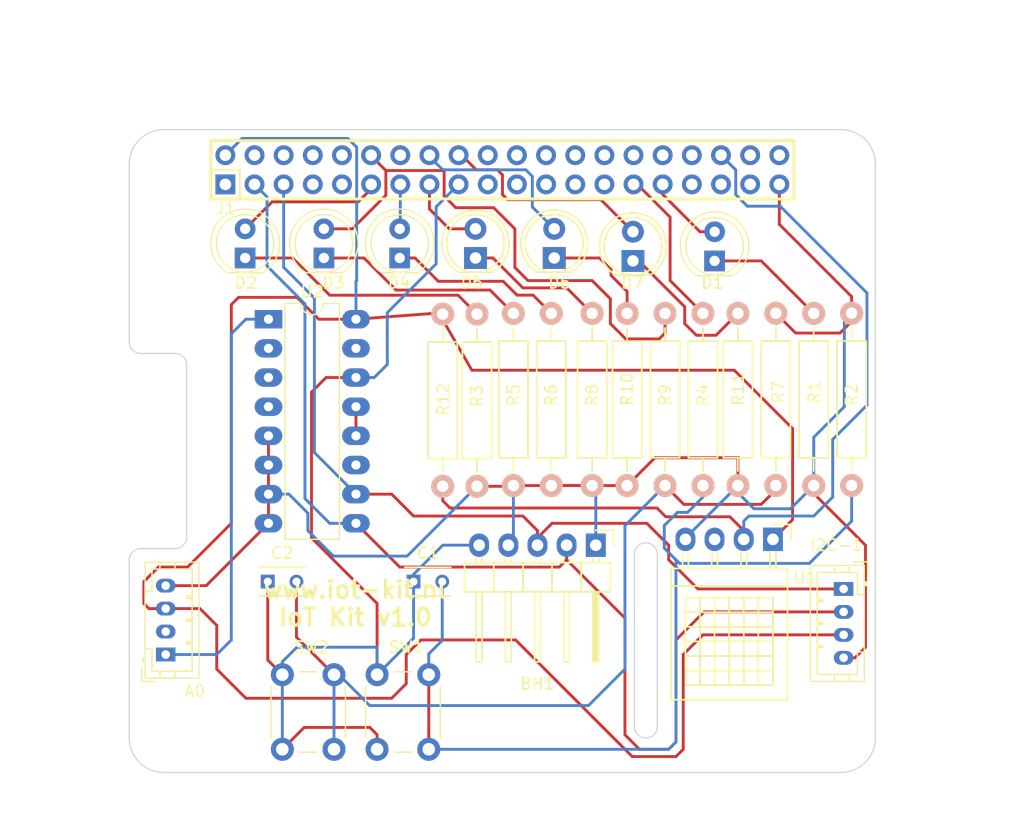
<source format=kicad_pcb>
(kicad_pcb (version 20171130) (host pcbnew "(5.0.0-rc2-122-g4186626)")

  (general
    (thickness 1.6)
    (drawings 37)
    (tracks 289)
    (zones 0)
    (modules 33)
    (nets 26)
  )

  (page A4)
  (layers
    (0 F.Cu signal)
    (31 B.Cu signal)
    (32 B.Adhes user)
    (33 F.Adhes user)
    (34 B.Paste user)
    (35 F.Paste user)
    (36 B.SilkS user)
    (37 F.SilkS user)
    (38 B.Mask user)
    (39 F.Mask user)
    (40 Dwgs.User user)
    (41 Cmts.User user hide)
    (42 Eco1.User user)
    (43 Eco2.User user)
    (44 Edge.Cuts user)
    (45 Margin user)
    (46 B.CrtYd user)
    (47 F.CrtYd user)
    (48 B.Fab user)
    (49 F.Fab user)
  )

  (setup
    (last_trace_width 0.25)
    (user_trace_width 0.01)
    (user_trace_width 0.02)
    (user_trace_width 0.05)
    (user_trace_width 0.1)
    (user_trace_width 0.2)
    (trace_clearance 0.2)
    (zone_clearance 0.508)
    (zone_45_only no)
    (trace_min 0.02)
    (segment_width 0.2)
    (edge_width 0.1)
    (via_size 0.6)
    (via_drill 0.4)
    (via_min_size 0.4)
    (via_min_drill 0.3)
    (uvia_size 0.3)
    (uvia_drill 0.1)
    (uvias_allowed no)
    (uvia_min_size 0.2)
    (uvia_min_drill 0.1)
    (pcb_text_width 0.3)
    (pcb_text_size 1.5 1.5)
    (mod_edge_width 0.15)
    (mod_text_size 1 1)
    (mod_text_width 0.15)
    (pad_size 1.7272 2.032)
    (pad_drill 1.016)
    (pad_to_mask_clearance 0)
    (aux_axis_origin 24.0665 83.82)
    (visible_elements 7FFEFFFF)
    (pcbplotparams
      (layerselection 0x01130_80000001)
      (usegerberextensions false)
      (usegerberattributes false)
      (usegerberadvancedattributes false)
      (creategerberjobfile false)
      (excludeedgelayer false)
      (linewidth 0.100000)
      (plotframeref false)
      (viasonmask false)
      (mode 1)
      (useauxorigin false)
      (hpglpennumber 1)
      (hpglpenspeed 20)
      (hpglpendiameter 15.000000)
      (psnegative false)
      (psa4output false)
      (plotreference true)
      (plotvalue true)
      (plotinvisibletext false)
      (padsonsilk false)
      (subtractmaskfromsilk true)
      (outputformat 1)
      (mirror false)
      (drillshape 0)
      (scaleselection 1)
      (outputdirectory "/Users/marco/Dropbox/NASC/IoT Kit/NASC IoT Kit v1.1/Gerber/"))
  )

  (net 0 "")
  (net 1 +5V)
  (net 2 GPIO5)
  (net 3 +3V3)
  (net 4 GPIO18)
  (net 5 GPIO6)
  (net 6 GPIO17)
  (net 7 GPIO23)
  (net 8 GPIO16)
  (net 9 GPIO03-SCL1-I2C)
  (net 10 GPIO02-SDA1-I2C)
  (net 11 GPIO27)
  (net 12 GPIO22)
  (net 13 GPIO24)
  (net 14 GNDD)
  (net 15 GNDA)
  (net 16 "Net-(D1-Pad1)")
  (net 17 "Net-(D2-Pad1)")
  (net 18 "Net-(D3-Pad1)")
  (net 19 "Net-(D4-Pad1)")
  (net 20 "Net-(D5-Pad1)")
  (net 21 "Net-(D6-Pad1)")
  (net 22 "Net-(D7-Pad1)")
  (net 23 "Net-(A0-Pad1)")
  (net 24 "Net-(C1-Pad2)")
  (net 25 "Net-(C2-Pad2)")

  (net_class Default "This is the default net class."
    (clearance 0.2)
    (trace_width 0.25)
    (via_dia 0.6)
    (via_drill 0.4)
    (uvia_dia 0.3)
    (uvia_drill 0.1)
    (add_net +3V3)
    (add_net +5V)
    (add_net GNDA)
    (add_net GNDD)
    (add_net GPIO02-SDA1-I2C)
    (add_net GPIO03-SCL1-I2C)
    (add_net GPIO16)
    (add_net GPIO17)
    (add_net GPIO18)
    (add_net GPIO22)
    (add_net GPIO23)
    (add_net GPIO24)
    (add_net GPIO27)
    (add_net GPIO5)
    (add_net GPIO6)
    (add_net "Net-(A0-Pad1)")
    (add_net "Net-(C1-Pad2)")
    (add_net "Net-(C2-Pad2)")
    (add_net "Net-(D1-Pad1)")
    (add_net "Net-(D2-Pad1)")
    (add_net "Net-(D3-Pad1)")
    (add_net "Net-(D4-Pad1)")
    (add_net "Net-(D5-Pad1)")
    (add_net "Net-(D6-Pad1)")
    (add_net "Net-(D7-Pad1)")
  )

  (module LEDs:LED-5MM (layer F.Cu) (tedit 59302B19) (tstamp 58FE1A6E)
    (at 71.8185 39.37 90)
    (descr "LED 5mm round vertical")
    (tags "LED 5mm round vertical")
    (path /58FDEE2F)
    (fp_text reference D7 (at -1.905 -0.0635 180) (layer F.SilkS)
      (effects (font (size 1 1) (thickness 0.15)))
    )
    (fp_text value "LED Rood" (at 1.524 -3.937 90) (layer F.Fab)
      (effects (font (size 1 1) (thickness 0.15)))
    )
    (fp_line (start -1.5 -1.55) (end -1.5 1.55) (layer F.CrtYd) (width 0.05))
    (fp_arc (start 1.3 0) (end -1.5 1.55) (angle -302) (layer F.CrtYd) (width 0.05))
    (fp_arc (start 1.27 0) (end -1.23 -1.5) (angle 297.5) (layer F.SilkS) (width 0.15))
    (fp_line (start -1.23 1.5) (end -1.23 -1.5) (layer F.SilkS) (width 0.15))
    (fp_circle (center 1.27 0) (end 0.97 -2.5) (layer F.SilkS) (width 0.15))
    (pad 1 thru_hole rect (at 0 0 180) (size 2 1.9) (drill 1.00076) (layers *.Cu *.Mask)
      (net 22 "Net-(D7-Pad1)"))
    (pad 2 thru_hole circle (at 2.54 0 90) (size 1.9 1.9) (drill 1.00076) (layers *.Cu *.Mask)
      (net 13 GPIO24))
    (model LEDs.3dshapes/LED_D3.0mm_FlatTop.wrl
      (at (xyz 0 0 0))
      (scale (xyz 0.393701 0.393701 0.393701))
      (rotate (xyz 0 0 0))
    )
  )

  (module Pin_Headers:Pin_Header_Angled_1x04 (layer F.Cu) (tedit 58F537CD) (tstamp 58F356B2)
    (at 84.0105 63.627 270)
    (descr "Through hole pin header")
    (tags "pin header")
    (path /58F3504B)
    (fp_text reference U1 (at 3.302 -2.794) (layer F.SilkS)
      (effects (font (size 1 1) (thickness 0.15)))
    )
    (fp_text value DHT11 (at 0 -3.1 270) (layer F.Fab)
      (effects (font (size 1 1) (thickness 0.15)))
    )
    (fp_line (start -1.905 8.89) (end -1.905 9.525) (layer F.CrtYd) (width 0.05))
    (fp_line (start -1.905 9.525) (end 14.605 9.525) (layer F.CrtYd) (width 0.05))
    (fp_line (start 14.605 9.525) (end 14.605 8.89) (layer F.CrtYd) (width 0.05))
    (fp_line (start 14.605 -1.905) (end 14.605 8.89) (layer F.CrtYd) (width 0.05))
    (fp_line (start 14.605 -1.905) (end -1.905 -1.905) (layer F.CrtYd) (width 0.05))
    (fp_line (start -1.905 -1.905) (end -1.905 8.89) (layer F.CrtYd) (width 0.05))
    (fp_line (start 5.08 3.81) (end 12.7 3.81) (layer F.SilkS) (width 0.15))
    (fp_line (start 12.7 2.54) (end 5.08 2.54) (layer F.SilkS) (width 0.15))
    (fp_line (start 5.08 5.08) (end 12.7 5.08) (layer F.SilkS) (width 0.15))
    (fp_line (start 12.7 6.35) (end 5.08 6.35) (layer F.SilkS) (width 0.15))
    (fp_line (start 5.08 1.27) (end 12.7 1.27) (layer F.SilkS) (width 0.15))
    (fp_line (start 6.35 0) (end 5.08 0) (layer F.SilkS) (width 0.15))
    (fp_line (start 5.08 0) (end 5.08 7.62) (layer F.SilkS) (width 0.15))
    (fp_line (start 5.08 7.62) (end 5.715 7.62) (layer F.SilkS) (width 0.15))
    (fp_line (start 6.35 0) (end 6.35 7.62) (layer F.SilkS) (width 0.15))
    (fp_line (start 7.62 0) (end 7.62 7.62) (layer F.SilkS) (width 0.15))
    (fp_line (start 8.89 0) (end 8.89 7.62) (layer F.SilkS) (width 0.15))
    (fp_line (start 11.43 0) (end 11.43 7.62) (layer F.SilkS) (width 0.15))
    (fp_line (start 11.43 7.62) (end 10.16 7.62) (layer F.SilkS) (width 0.15))
    (fp_line (start 10.16 7.62) (end 10.16 0) (layer F.SilkS) (width 0.15))
    (fp_line (start 6.35 0) (end 12.7 0) (layer F.SilkS) (width 0.15))
    (fp_line (start 12.7 0) (end 12.7 7.62) (layer F.SilkS) (width 0.15))
    (fp_line (start 12.7 7.62) (end 5.715 7.62) (layer F.SilkS) (width 0.15))
    (fp_line (start 1.4605 7.874) (end 2.4765 7.874) (layer F.SilkS) (width 0.15))
    (fp_line (start 1.4605 7.366) (end 2.54 7.366) (layer F.SilkS) (width 0.15))
    (fp_line (start 1.524 5.334) (end 2.4765 5.334) (layer F.SilkS) (width 0.15))
    (fp_line (start 1.4605 4.826) (end 2.54 4.826) (layer F.SilkS) (width 0.15))
    (fp_line (start 1.4605 2.794) (end 2.54 2.794) (layer F.SilkS) (width 0.15))
    (fp_line (start 1.4605 2.286) (end 2.4765 2.286) (layer F.SilkS) (width 0.15))
    (fp_line (start 1.4605 0.254) (end 2.4765 0.254) (layer F.SilkS) (width 0.15))
    (fp_line (start 1.397 -0.254) (end 2.54 -0.254) (layer F.SilkS) (width 0.15))
    (fp_line (start 2.54 -0.254) (end 1.524 -0.254) (layer F.SilkS) (width 0.15))
    (fp_line (start 2.54 -1.27) (end 2.54 8.89) (layer F.SilkS) (width 0.15))
    (fp_line (start 2.54 8.89) (end 13.97 8.89) (layer F.SilkS) (width 0.15))
    (fp_line (start 13.97 8.89) (end 13.97 -1.27) (layer F.SilkS) (width 0.15))
    (fp_line (start 13.97 -1.27) (end 2.54 -1.27) (layer F.SilkS) (width 0.15))
    (fp_line (start -1.3 -1.55) (end -1.3 0) (layer F.SilkS) (width 0.15))
    (fp_line (start 0 -1.55) (end -1.3 -1.55) (layer F.SilkS) (width 0.15))
    (fp_line (start 1.524 -0.254) (end 1.143 -0.254) (layer F.SilkS) (width 0.15))
    (fp_line (start 1.524 0.254) (end 1.143 0.254) (layer F.SilkS) (width 0.15))
    (fp_line (start 1.524 2.286) (end 1.143 2.286) (layer F.SilkS) (width 0.15))
    (fp_line (start 1.524 2.794) (end 1.143 2.794) (layer F.SilkS) (width 0.15))
    (fp_line (start 1.524 4.826) (end 1.143 4.826) (layer F.SilkS) (width 0.15))
    (fp_line (start 1.524 5.334) (end 1.143 5.334) (layer F.SilkS) (width 0.15))
    (fp_line (start 1.524 7.874) (end 1.143 7.874) (layer F.SilkS) (width 0.15))
    (fp_line (start 1.524 7.366) (end 1.143 7.366) (layer F.SilkS) (width 0.15))
    (fp_line (start 4.064 3.81) (end 4.064 1.27) (layer F.SilkS) (width 0.15))
    (fp_line (start 4.064 1.27) (end 4.064 -1.27) (layer F.SilkS) (width 0.15))
    (fp_line (start 4.064 8.89) (end 4.064 6.35) (layer F.SilkS) (width 0.15))
    (fp_line (start 4.064 6.35) (end 4.064 3.81) (layer F.SilkS) (width 0.15))
    (pad 1 thru_hole rect (at 0 0 270) (size 2.032 1.7272) (drill 1.016) (layers *.Cu *.Mask)
      (net 1 +5V))
    (pad 2 thru_hole oval (at 0 2.54 270) (size 2.032 1.7272) (drill 1.016) (layers *.Cu *.Mask)
      (net 8 GPIO16))
    (pad 3 thru_hole oval (at 0 5.08 270) (size 2.032 1.7272) (drill 1.016) (layers *.Cu *.Mask))
    (pad 4 thru_hole oval (at 0 7.62 270) (size 2.032 1.7272) (drill 1.016) (layers *.Cu *.Mask)
      (net 14 GNDD))
    (model Pin_Headers.3dshapes/Pin_Header_Angled_1x04.wrl
      (offset (xyz 0 -3.809999942779541 0))
      (scale (xyz 1 1 1))
      (rotate (xyz 0 0 90))
    )
  )

  (module RPi_Hat:Samtec_HLE-120-02-XXX-DV-BE-XX-XX locked (layer F.Cu) (tedit 58F380B4) (tstamp 55174A29)
    (at 60.44 31.432 90)
    (path /58EB740B)
    (fp_text reference J1 (at -3.366 -24.118 180) (layer F.SilkS)
      (effects (font (size 1 1) (thickness 0.15)))
    )
    (fp_text value RPi_GPIO (at 5.08 0) (layer F.Fab)
      (effects (font (size 1 1) (thickness 0.15)))
    )
    (fp_line (start -2.54 -22.86) (end 0 -22.86) (layer F.SilkS) (width 0.15))
    (fp_line (start 0 -22.86) (end 0 -25.4) (layer F.SilkS) (width 0.15))
    (fp_line (start 2.54 25.4) (end -2.54 25.4) (layer F.SilkS) (width 0.254))
    (fp_line (start -2.54 25.4) (end -2.54 -25.4) (layer F.SilkS) (width 0.254))
    (fp_line (start -2.54 -25.4) (end 2.54 -25.4) (layer F.SilkS) (width 0.254))
    (fp_line (start 2.54 -25.4) (end 2.54 25.4) (layer F.SilkS) (width 0.254))
    (pad 23 thru_hole circle (at -1.27 3.81) (size 1.7272 1.7272) (drill 1.016) (layers *.Cu *.Mask))
    (pad 21 thru_hole circle (at -1.27 1.27) (size 1.7272 1.7272) (drill 1.016) (layers *.Cu *.Mask))
    (pad 25 thru_hole circle (at -1.27 6.35) (size 1.7272 1.7272) (drill 1.016) (layers *.Cu *.Mask))
    (pad 27 thru_hole circle (at -1.27 8.89) (size 1.7272 1.7272) (drill 1.016) (layers *.Cu *.Mask))
    (pad 35 thru_hole circle (at -1.27 19.05) (size 1.7272 1.7272) (drill 1.016) (layers *.Cu *.Mask))
    (pad 33 thru_hole circle (at -1.27 16.51) (size 1.7272 1.7272) (drill 1.016) (layers *.Cu *.Mask))
    (pad 29 thru_hole circle (at -1.27 11.43) (size 1.7272 1.7272) (drill 1.016) (layers *.Cu *.Mask)
      (net 2 GPIO5))
    (pad 31 thru_hole circle (at -1.27 13.97) (size 1.7272 1.7272) (drill 1.016) (layers *.Cu *.Mask)
      (net 5 GPIO6))
    (pad 37 thru_hole circle (at -1.27 21.59) (size 1.7272 1.7272) (drill 1.016) (layers *.Cu *.Mask))
    (pad 39 thru_hole circle (at -1.27 24.13) (size 1.7272 1.7272) (drill 1.016) (layers *.Cu *.Mask)
      (net 14 GNDD))
    (pad 19 thru_hole circle (at -1.27 -1.27) (size 1.7272 1.7272) (drill 1.016) (layers *.Cu *.Mask))
    (pad 17 thru_hole circle (at -1.27 -3.81) (size 1.7272 1.7272) (drill 1.016) (layers *.Cu *.Mask)
      (net 3 +3V3))
    (pad 11 thru_hole circle (at -1.27 -11.43) (size 1.7272 1.7272) (drill 1.016) (layers *.Cu *.Mask)
      (net 6 GPIO17))
    (pad 9 thru_hole circle (at -1.27 -13.97) (size 1.7272 1.7272) (drill 1.016) (layers *.Cu *.Mask))
    (pad 13 thru_hole circle (at -1.27 -8.89) (size 1.7272 1.7272) (drill 1.016) (layers *.Cu *.Mask)
      (net 11 GPIO27))
    (pad 15 thru_hole circle (at -1.27 -6.35) (size 1.7272 1.7272) (drill 1.016) (layers *.Cu *.Mask)
      (net 12 GPIO22))
    (pad 7 thru_hole circle (at -1.27 -16.51) (size 1.7272 1.7272) (drill 1.016) (layers *.Cu *.Mask))
    (pad 5 thru_hole circle (at -1.27 -19.05) (size 1.7272 1.7272) (drill 1.016) (layers *.Cu *.Mask)
      (net 9 GPIO03-SCL1-I2C))
    (pad 1 thru_hole rect (at -1.27 -24.13 90) (size 1.7272 1.7272) (drill 1.016) (layers *.Cu *.Mask))
    (pad 3 thru_hole circle (at -1.27 -21.59) (size 1.7272 1.7272) (drill 1.016) (layers *.Cu *.Mask)
      (net 10 GPIO02-SDA1-I2C))
    (pad 4 thru_hole circle (at 1.27 -21.59) (size 1.7272 1.7272) (drill 1.016) (layers *.Cu *.Mask))
    (pad 2 thru_hole circle (at 1.27 -24.13) (size 1.7272 1.7272) (drill 1.016) (layers *.Cu *.Mask)
      (net 1 +5V))
    (pad 6 thru_hole circle (at 1.27 -19.05) (size 1.7272 1.7272) (drill 1.016) (layers *.Cu *.Mask))
    (pad 8 thru_hole circle (at 1.27 -16.51) (size 1.7272 1.7272) (drill 1.016) (layers *.Cu *.Mask))
    (pad 16 thru_hole circle (at 1.27 -6.35) (size 1.7272 1.7272) (drill 1.016) (layers *.Cu *.Mask)
      (net 7 GPIO23))
    (pad 14 thru_hole circle (at 1.27 -8.89) (size 1.7272 1.7272) (drill 1.016) (layers *.Cu *.Mask))
    (pad 10 thru_hole circle (at 1.27 -13.97) (size 1.7272 1.7272) (drill 1.016) (layers *.Cu *.Mask))
    (pad 12 thru_hole circle (at 1.27 -11.43) (size 1.7272 1.7272) (drill 1.016) (layers *.Cu *.Mask)
      (net 4 GPIO18))
    (pad 18 thru_hole circle (at 1.27 -3.81) (size 1.7272 1.7272) (drill 1.016) (layers *.Cu *.Mask)
      (net 13 GPIO24))
    (pad 20 thru_hole circle (at 1.27 -1.27) (size 1.7272 1.7272) (drill 1.016) (layers *.Cu *.Mask))
    (pad 40 thru_hole circle (at 1.27 24.13) (size 1.7272 1.7272) (drill 1.016) (layers *.Cu *.Mask))
    (pad 38 thru_hole circle (at 1.27 21.59) (size 1.7272 1.7272) (drill 1.016) (layers *.Cu *.Mask))
    (pad 32 thru_hole circle (at 1.27 13.97) (size 1.7272 1.7272) (drill 1.016) (layers *.Cu *.Mask))
    (pad 30 thru_hole circle (at 1.27 11.43) (size 1.7272 1.7272) (drill 1.016) (layers *.Cu *.Mask))
    (pad 34 thru_hole circle (at 1.27 16.51) (size 1.7272 1.7272) (drill 1.016) (layers *.Cu *.Mask))
    (pad 36 thru_hole circle (at 1.27 19.05) (size 1.7272 1.7272) (drill 1.016) (layers *.Cu *.Mask)
      (net 8 GPIO16))
    (pad 28 thru_hole circle (at 1.27 8.89) (size 1.7272 1.7272) (drill 1.016) (layers *.Cu *.Mask))
    (pad 26 thru_hole circle (at 1.27 6.35) (size 1.7272 1.7272) (drill 1.016) (layers *.Cu *.Mask))
    (pad 22 thru_hole circle (at 1.27 1.27) (size 1.7272 1.7272) (drill 1.016) (layers *.Cu *.Mask))
    (pad 24 thru_hole circle (at 1.27 3.81) (size 1.7272 1.7272) (drill 1.016) (layers *.Cu *.Mask))
    (model "/Library/Application Support/kicad/packages3d/Pin_Headers.3dshapes/Pin_Header_Straight_2x20_Pitch2.54mm.wrl"
      (at (xyz 0 0 0))
      (scale (xyz 1 1 1))
      (rotate (xyz 0 0 90))
    )
  )

  (module RPi_Hat:RPi_Hat_Mounting_Hole locked (layer F.Cu) (tedit 55217C7B) (tstamp 5515DEA9)
    (at 89.44 31.432)
    (descr "Mounting hole, Befestigungsbohrung, 2,7mm, No Annular, Kein Restring,")
    (tags "Mounting hole, Befestigungsbohrung, 2,7mm, No Annular, Kein Restring,")
    (fp_text reference "" (at 0 -4.0005) (layer F.SilkS) hide
      (effects (font (size 1 1) (thickness 0.15)))
    )
    (fp_text value "" (at 0.09906 3.59918) (layer F.Fab) hide
      (effects (font (size 1 1) (thickness 0.15)))
    )
    (fp_circle (center 0 0) (end 1.375 0) (layer F.Fab) (width 0.15))
    (fp_circle (center 0 0) (end 3.1 0) (layer F.Fab) (width 0.15))
    (fp_circle (center 0 0) (end 3.1 0) (layer B.Fab) (width 0.15))
    (fp_circle (center 0 0) (end 1.375 0) (layer B.Fab) (width 0.15))
    (fp_circle (center 0 0) (end 3.1 0) (layer F.CrtYd) (width 0.15))
    (fp_circle (center 0 0) (end 3.1 0) (layer B.CrtYd) (width 0.15))
    (pad "" np_thru_hole circle (at 0 0) (size 2.75 2.75) (drill 2.75) (layers *.Cu *.Mask)
      (solder_mask_margin 1.725) (clearance 1.725))
  )

  (module RPi_Hat:RPi_Hat_Mounting_Hole locked (layer F.Cu) (tedit 55217CCB) (tstamp 55169DC9)
    (at 89.44 80.432)
    (descr "Mounting hole, Befestigungsbohrung, 2,7mm, No Annular, Kein Restring,")
    (tags "Mounting hole, Befestigungsbohrung, 2,7mm, No Annular, Kein Restring,")
    (fp_text reference "" (at 0 -4.0005) (layer F.SilkS) hide
      (effects (font (size 1 1) (thickness 0.15)))
    )
    (fp_text value "" (at 0.09906 3.59918) (layer F.Fab) hide
      (effects (font (size 1 1) (thickness 0.15)))
    )
    (fp_circle (center 0 0) (end 1.375 0) (layer F.Fab) (width 0.15))
    (fp_circle (center 0 0) (end 3.1 0) (layer F.Fab) (width 0.15))
    (fp_circle (center 0 0) (end 3.1 0) (layer B.Fab) (width 0.15))
    (fp_circle (center 0 0) (end 1.375 0) (layer B.Fab) (width 0.15))
    (fp_circle (center 0 0) (end 3.1 0) (layer F.CrtYd) (width 0.15))
    (fp_circle (center 0 0) (end 3.1 0) (layer B.CrtYd) (width 0.15))
    (pad "" np_thru_hole circle (at 0 0) (size 2.75 2.75) (drill 2.75) (layers *.Cu *.Mask)
      (solder_mask_margin 1.725) (clearance 1.725))
  )

  (module RPi_Hat:RPi_Hat_Mounting_Hole locked (layer F.Cu) (tedit 55217CB9) (tstamp 5515DECC)
    (at 31.44 80.432)
    (descr "Mounting hole, Befestigungsbohrung, 2,7mm, No Annular, Kein Restring,")
    (tags "Mounting hole, Befestigungsbohrung, 2,7mm, No Annular, Kein Restring,")
    (fp_text reference "" (at 0 -4.0005) (layer F.SilkS) hide
      (effects (font (size 1 1) (thickness 0.15)))
    )
    (fp_text value "" (at 0.09906 3.59918) (layer F.Fab) hide
      (effects (font (size 1 1) (thickness 0.15)))
    )
    (fp_circle (center 0 0) (end 1.375 0) (layer F.Fab) (width 0.15))
    (fp_circle (center 0 0) (end 3.1 0) (layer F.Fab) (width 0.15))
    (fp_circle (center 0 0) (end 3.1 0) (layer B.Fab) (width 0.15))
    (fp_circle (center 0 0) (end 1.375 0) (layer B.Fab) (width 0.15))
    (fp_circle (center 0 0) (end 3.1 0) (layer F.CrtYd) (width 0.15))
    (fp_circle (center 0 0) (end 3.1 0) (layer B.CrtYd) (width 0.15))
    (pad "" np_thru_hole circle (at 0 0) (size 2.75 2.75) (drill 2.75) (layers *.Cu *.Mask)
      (solder_mask_margin 1.725) (clearance 1.725))
  )

  (module RPi_Hat:RPi_Hat_Mounting_Hole locked (layer F.Cu) (tedit 55217CA2) (tstamp 5515DEBF)
    (at 31.44 31.432)
    (descr "Mounting hole, Befestigungsbohrung, 2,7mm, No Annular, Kein Restring,")
    (tags "Mounting hole, Befestigungsbohrung, 2,7mm, No Annular, Kein Restring,")
    (fp_text reference "" (at 0 -4.0005) (layer F.SilkS) hide
      (effects (font (size 1 1) (thickness 0.15)))
    )
    (fp_text value "" (at 0.09906 3.59918) (layer F.Fab) hide
      (effects (font (size 1 1) (thickness 0.15)))
    )
    (fp_circle (center 0 0) (end 1.375 0) (layer F.Fab) (width 0.15))
    (fp_circle (center 0 0) (end 3.1 0) (layer F.Fab) (width 0.15))
    (fp_circle (center 0 0) (end 3.1 0) (layer B.Fab) (width 0.15))
    (fp_circle (center 0 0) (end 1.375 0) (layer B.Fab) (width 0.15))
    (fp_circle (center 0 0) (end 3.1 0) (layer F.CrtYd) (width 0.15))
    (fp_circle (center 0 0) (end 3.1 0) (layer B.CrtYd) (width 0.15))
    (pad "" np_thru_hole circle (at 0 0) (size 2.75 2.75) (drill 2.75) (layers *.Cu *.Mask)
      (solder_mask_margin 1.725) (clearance 1.725))
  )

  (module Resistors_THT:Resistor_Horizontal_RM15mm (layer F.Cu) (tedit 593A5979) (tstamp 58F32383)
    (at 87.5665 43.942 270)
    (descr "Resistor, Axial, RM 15mm,")
    (tags "Resistor Axial RM 15mm")
    (path /58F3456D)
    (fp_text reference R1 (at 6.858 -0.0635 90) (layer F.SilkS)
      (effects (font (size 1 1) (thickness 0.15)))
    )
    (fp_text value 470 (at 7.5 4.0005 270) (layer F.Fab)
      (effects (font (size 1 1) (thickness 0.15)))
    )
    (fp_line (start -1.25 1.5) (end -1.25 -1.5) (layer F.CrtYd) (width 0.05))
    (fp_line (start -1.25 -1.5) (end 16.25 -1.5) (layer F.CrtYd) (width 0.05))
    (fp_line (start 16.25 -1.5) (end 16.25 1.5) (layer F.CrtYd) (width 0.05))
    (fp_line (start 16.25 1.5) (end -1.25 1.5) (layer F.CrtYd) (width 0.05))
    (fp_line (start 2.42 -1.27) (end 2.42 1.27) (layer F.SilkS) (width 0.15))
    (fp_line (start 2.42 1.27) (end 12.58 1.27) (layer F.SilkS) (width 0.15))
    (fp_line (start 12.58 1.27) (end 12.58 -1.27) (layer F.SilkS) (width 0.15))
    (fp_line (start 12.58 -1.27) (end 2.42 -1.27) (layer F.SilkS) (width 0.15))
    (fp_line (start 13.73 0) (end 12.58 0) (layer F.SilkS) (width 0.15))
    (fp_line (start 1.27 0) (end 2.42 0) (layer F.SilkS) (width 0.15))
    (pad 1 thru_hole circle (at 0 0 270) (size 1.99898 1.99898) (drill 1.00076) (layers *.Cu *.SilkS *.Mask)
      (net 16 "Net-(D1-Pad1)"))
    (pad 2 thru_hole circle (at 15 0 270) (size 1.99898 1.99898) (drill 1.00076) (layers *.Cu *.SilkS *.Mask)
      (net 14 GNDD))
    (model Resistors_ThroughHole.3dshapes/Resistor_Horizontal_RM15mm.wrl
      (offset (xyz 7.49299988746643 0 0))
      (scale (xyz 0.395 0.4 0.4))
      (rotate (xyz 0 0 0))
    )
  )

  (module Resistors_THT:Resistor_Horizontal_RM15mm (layer F.Cu) (tedit 58FF4FD7) (tstamp 58F32393)
    (at 90.8685 58.928 90)
    (descr "Resistor, Axial, RM 15mm,")
    (tags "Resistor Axial RM 15mm")
    (path /58EC772D)
    (fp_text reference R2 (at 7.874 0 270) (layer F.SilkS)
      (effects (font (size 1 1) (thickness 0.15)))
    )
    (fp_text value 10K (at 7.5 4.0005 90) (layer F.Fab)
      (effects (font (size 1 1) (thickness 0.15)))
    )
    (fp_line (start -1.25 1.5) (end -1.25 -1.5) (layer F.CrtYd) (width 0.05))
    (fp_line (start -1.25 -1.5) (end 16.25 -1.5) (layer F.CrtYd) (width 0.05))
    (fp_line (start 16.25 -1.5) (end 16.25 1.5) (layer F.CrtYd) (width 0.05))
    (fp_line (start 16.25 1.5) (end -1.25 1.5) (layer F.CrtYd) (width 0.05))
    (fp_line (start 2.42 -1.27) (end 2.42 1.27) (layer F.SilkS) (width 0.15))
    (fp_line (start 2.42 1.27) (end 12.58 1.27) (layer F.SilkS) (width 0.15))
    (fp_line (start 12.58 1.27) (end 12.58 -1.27) (layer F.SilkS) (width 0.15))
    (fp_line (start 12.58 -1.27) (end 2.42 -1.27) (layer F.SilkS) (width 0.15))
    (fp_line (start 13.73 0) (end 12.58 0) (layer F.SilkS) (width 0.15))
    (fp_line (start 1.27 0) (end 2.42 0) (layer F.SilkS) (width 0.15))
    (pad 1 thru_hole circle (at 0 0 90) (size 1.99898 1.99898) (drill 1.00076) (layers *.Cu *.SilkS *.Mask)
      (net 24 "Net-(C1-Pad2)"))
    (pad 2 thru_hole circle (at 15 0 90) (size 1.99898 1.99898) (drill 1.00076) (layers *.Cu *.SilkS *.Mask)
      (net 14 GNDD))
    (model Resistors_ThroughHole.3dshapes/Resistor_Horizontal_RM15mm.wrl
      (offset (xyz 7.49299988746643 0 0))
      (scale (xyz 0.395 0.4 0.4))
      (rotate (xyz 0 0 0))
    )
  )

  (module Resistors_THT:Resistor_Horizontal_RM15mm (layer F.Cu) (tedit 58FF4F97) (tstamp 58F323A3)
    (at 58.2295 44.0055 270)
    (descr "Resistor, Axial, RM 15mm,")
    (tags "Resistor Axial RM 15mm")
    (path /58F3496D)
    (fp_text reference R3 (at 7.112 0 90) (layer F.SilkS)
      (effects (font (size 1 1) (thickness 0.15)))
    )
    (fp_text value 470 (at 7.5 4.0005 270) (layer F.Fab)
      (effects (font (size 1 1) (thickness 0.15)))
    )
    (fp_line (start -1.25 1.5) (end -1.25 -1.5) (layer F.CrtYd) (width 0.05))
    (fp_line (start -1.25 -1.5) (end 16.25 -1.5) (layer F.CrtYd) (width 0.05))
    (fp_line (start 16.25 -1.5) (end 16.25 1.5) (layer F.CrtYd) (width 0.05))
    (fp_line (start 16.25 1.5) (end -1.25 1.5) (layer F.CrtYd) (width 0.05))
    (fp_line (start 2.42 -1.27) (end 2.42 1.27) (layer F.SilkS) (width 0.15))
    (fp_line (start 2.42 1.27) (end 12.58 1.27) (layer F.SilkS) (width 0.15))
    (fp_line (start 12.58 1.27) (end 12.58 -1.27) (layer F.SilkS) (width 0.15))
    (fp_line (start 12.58 -1.27) (end 2.42 -1.27) (layer F.SilkS) (width 0.15))
    (fp_line (start 13.73 0) (end 12.58 0) (layer F.SilkS) (width 0.15))
    (fp_line (start 1.27 0) (end 2.42 0) (layer F.SilkS) (width 0.15))
    (pad 1 thru_hole circle (at 0 0 270) (size 1.99898 1.99898) (drill 1.00076) (layers *.Cu *.SilkS *.Mask)
      (net 17 "Net-(D2-Pad1)"))
    (pad 2 thru_hole circle (at 15 0 270) (size 1.99898 1.99898) (drill 1.00076) (layers *.Cu *.SilkS *.Mask)
      (net 14 GNDD))
    (model Resistors_THT.3dshapes/R_Axial_DIN0309_L9.0mm_D3.2mm_P12.70mm_Horizontal.wrl
      (at (xyz 0 0 0))
      (scale (xyz 0.395 0.4 0.4))
      (rotate (xyz 0 0 0))
    )
  )

  (module Resistors_THT:Resistor_Horizontal_RM15mm (layer F.Cu) (tedit 58FF500D) (tstamp 58F323B3)
    (at 77.9145 43.942 270)
    (descr "Resistor, Axial, RM 15mm,")
    (tags "Resistor Axial RM 15mm")
    (path /58EC774A)
    (fp_text reference R4 (at 7.112 0 90) (layer F.SilkS)
      (effects (font (size 1 1) (thickness 0.15)))
    )
    (fp_text value 1K (at 7.5 4.0005 270) (layer F.Fab)
      (effects (font (size 1 1) (thickness 0.15)))
    )
    (fp_line (start -1.25 1.5) (end -1.25 -1.5) (layer F.CrtYd) (width 0.05))
    (fp_line (start -1.25 -1.5) (end 16.25 -1.5) (layer F.CrtYd) (width 0.05))
    (fp_line (start 16.25 -1.5) (end 16.25 1.5) (layer F.CrtYd) (width 0.05))
    (fp_line (start 16.25 1.5) (end -1.25 1.5) (layer F.CrtYd) (width 0.05))
    (fp_line (start 2.42 -1.27) (end 2.42 1.27) (layer F.SilkS) (width 0.15))
    (fp_line (start 2.42 1.27) (end 12.58 1.27) (layer F.SilkS) (width 0.15))
    (fp_line (start 12.58 1.27) (end 12.58 -1.27) (layer F.SilkS) (width 0.15))
    (fp_line (start 12.58 -1.27) (end 2.42 -1.27) (layer F.SilkS) (width 0.15))
    (fp_line (start 13.73 0) (end 12.58 0) (layer F.SilkS) (width 0.15))
    (fp_line (start 1.27 0) (end 2.42 0) (layer F.SilkS) (width 0.15))
    (pad 1 thru_hole circle (at 0 0 270) (size 1.99898 1.99898) (drill 1.00076) (layers *.Cu *.SilkS *.Mask)
      (net 2 GPIO5))
    (pad 2 thru_hole circle (at 15 0 270) (size 1.99898 1.99898) (drill 1.00076) (layers *.Cu *.SilkS *.Mask)
      (net 24 "Net-(C1-Pad2)"))
    (model Resistors_ThroughHole.3dshapes/Resistor_Horizontal_RM15mm.wrl
      (offset (xyz 7.49299988746643 0 0))
      (scale (xyz 0.395 0.4 0.4))
      (rotate (xyz 0 0 0))
    )
  )

  (module Buttons_Switches_THT:SW_PUSH_6mm_h9.5mm (layer F.Cu) (tedit 59302B4A) (tstamp 58F323D1)
    (at 49.53 81.915 90)
    (descr "tactile push button, 6x6mm e.g. PHAP33xx series, height=9.5mm")
    (tags "tact sw push 6mm")
    (path /58F320AE)
    (fp_text reference SW1 (at 8.89 2.54 180) (layer F.SilkS)
      (effects (font (size 1 1) (thickness 0.15)))
    )
    (fp_text value SW_Push (at 3.75 6.7 90) (layer F.Fab)
      (effects (font (size 1 1) (thickness 0.15)))
    )
    (fp_line (start 3.25 -0.75) (end 6.25 -0.75) (layer F.Fab) (width 0.1))
    (fp_line (start 6.25 -0.75) (end 6.25 5.25) (layer F.Fab) (width 0.1))
    (fp_line (start 6.25 5.25) (end 0.25 5.25) (layer F.Fab) (width 0.1))
    (fp_line (start 0.25 5.25) (end 0.25 -0.75) (layer F.Fab) (width 0.1))
    (fp_line (start 0.25 -0.75) (end 3.25 -0.75) (layer F.Fab) (width 0.1))
    (fp_line (start 7.75 6) (end 8 6) (layer F.CrtYd) (width 0.05))
    (fp_line (start 8 6) (end 8 5.75) (layer F.CrtYd) (width 0.05))
    (fp_line (start 7.75 -1.5) (end 8 -1.5) (layer F.CrtYd) (width 0.05))
    (fp_line (start 8 -1.5) (end 8 -1.25) (layer F.CrtYd) (width 0.05))
    (fp_line (start -1.5 -1.25) (end -1.5 -1.5) (layer F.CrtYd) (width 0.05))
    (fp_line (start -1.5 -1.5) (end -1.25 -1.5) (layer F.CrtYd) (width 0.05))
    (fp_line (start -1.5 5.75) (end -1.5 6) (layer F.CrtYd) (width 0.05))
    (fp_line (start -1.5 6) (end -1.25 6) (layer F.CrtYd) (width 0.05))
    (fp_line (start -1.25 -1.5) (end 7.75 -1.5) (layer F.CrtYd) (width 0.05))
    (fp_line (start -1.5 5.75) (end -1.5 -1.25) (layer F.CrtYd) (width 0.05))
    (fp_line (start 7.75 6) (end -1.25 6) (layer F.CrtYd) (width 0.05))
    (fp_line (start 8 -1.25) (end 8 5.75) (layer F.CrtYd) (width 0.05))
    (fp_line (start 1 5.5) (end 5.5 5.5) (layer F.SilkS) (width 0.12))
    (fp_line (start -0.25 1.5) (end -0.25 3) (layer F.SilkS) (width 0.12))
    (fp_line (start 5.5 -1) (end 1 -1) (layer F.SilkS) (width 0.12))
    (fp_line (start 6.75 3) (end 6.75 1.5) (layer F.SilkS) (width 0.12))
    (fp_circle (center 3.25 2.25) (end 1.25 2.5) (layer F.Fab) (width 0.1))
    (pad 2 thru_hole circle (at 0 4.5 180) (size 2 2) (drill 1.1) (layers *.Cu *.Mask)
      (net 24 "Net-(C1-Pad2)"))
    (pad 1 thru_hole circle (at 0 0 180) (size 2 2) (drill 1.1) (layers *.Cu *.Mask)
      (net 3 +3V3))
    (pad 2 thru_hole circle (at 6.5 4.5 180) (size 2 2) (drill 1.1) (layers *.Cu *.Mask)
      (net 24 "Net-(C1-Pad2)"))
    (pad 1 thru_hole circle (at 6.5 0 180) (size 2 2) (drill 1.1) (layers *.Cu *.Mask)
      (net 3 +3V3))
    (model Buttons_Switches_THT.3dshapes/SW_PUSH_6mm_h9.5mm.wrl
      (offset (xyz 0.1269999980926514 0 0))
      (scale (xyz 0.3937 0.3937 0.3937))
      (rotate (xyz 0 0 0))
    )
  )

  (module Buttons_Switches_THT:SW_PUSH_6mm_h9.5mm (layer F.Cu) (tedit 59302B43) (tstamp 58F323EF)
    (at 41.275 81.915 90)
    (descr "tactile push button, 6x6mm e.g. PHAP33xx series, height=9.5mm")
    (tags "tact sw push 6mm")
    (path /58F32243)
    (fp_text reference SW2 (at 8.89 2.54 180) (layer F.SilkS)
      (effects (font (size 1 1) (thickness 0.15)))
    )
    (fp_text value SW_Push (at 3.75 6.7 90) (layer F.Fab)
      (effects (font (size 1 1) (thickness 0.15)))
    )
    (fp_line (start 3.25 -0.75) (end 6.25 -0.75) (layer F.Fab) (width 0.1))
    (fp_line (start 6.25 -0.75) (end 6.25 5.25) (layer F.Fab) (width 0.1))
    (fp_line (start 6.25 5.25) (end 0.25 5.25) (layer F.Fab) (width 0.1))
    (fp_line (start 0.25 5.25) (end 0.25 -0.75) (layer F.Fab) (width 0.1))
    (fp_line (start 0.25 -0.75) (end 3.25 -0.75) (layer F.Fab) (width 0.1))
    (fp_line (start 7.75 6) (end 8 6) (layer F.CrtYd) (width 0.05))
    (fp_line (start 8 6) (end 8 5.75) (layer F.CrtYd) (width 0.05))
    (fp_line (start 7.75 -1.5) (end 8 -1.5) (layer F.CrtYd) (width 0.05))
    (fp_line (start 8 -1.5) (end 8 -1.25) (layer F.CrtYd) (width 0.05))
    (fp_line (start -1.5 -1.25) (end -1.5 -1.5) (layer F.CrtYd) (width 0.05))
    (fp_line (start -1.5 -1.5) (end -1.25 -1.5) (layer F.CrtYd) (width 0.05))
    (fp_line (start -1.5 5.75) (end -1.5 6) (layer F.CrtYd) (width 0.05))
    (fp_line (start -1.5 6) (end -1.25 6) (layer F.CrtYd) (width 0.05))
    (fp_line (start -1.25 -1.5) (end 7.75 -1.5) (layer F.CrtYd) (width 0.05))
    (fp_line (start -1.5 5.75) (end -1.5 -1.25) (layer F.CrtYd) (width 0.05))
    (fp_line (start 7.75 6) (end -1.25 6) (layer F.CrtYd) (width 0.05))
    (fp_line (start 8 -1.25) (end 8 5.75) (layer F.CrtYd) (width 0.05))
    (fp_line (start 1 5.5) (end 5.5 5.5) (layer F.SilkS) (width 0.12))
    (fp_line (start -0.25 1.5) (end -0.25 3) (layer F.SilkS) (width 0.12))
    (fp_line (start 5.5 -1) (end 1 -1) (layer F.SilkS) (width 0.12))
    (fp_line (start 6.75 3) (end 6.75 1.5) (layer F.SilkS) (width 0.12))
    (fp_circle (center 3.25 2.25) (end 1.25 2.5) (layer F.Fab) (width 0.1))
    (pad 2 thru_hole circle (at 0 4.5 180) (size 2 2) (drill 1.1) (layers *.Cu *.Mask)
      (net 25 "Net-(C2-Pad2)"))
    (pad 1 thru_hole circle (at 0 0 180) (size 2 2) (drill 1.1) (layers *.Cu *.Mask)
      (net 3 +3V3))
    (pad 2 thru_hole circle (at 6.5 4.5 180) (size 2 2) (drill 1.1) (layers *.Cu *.Mask)
      (net 25 "Net-(C2-Pad2)"))
    (pad 1 thru_hole circle (at 6.5 0 180) (size 2 2) (drill 1.1) (layers *.Cu *.Mask)
      (net 3 +3V3))
    (model Buttons_Switches_THT.3dshapes/SW_PUSH_6mm_h9.5mm.wrl
      (offset (xyz 0.1269999980926514 0 0))
      (scale (xyz 0.3937 0.3937 0.3937))
      (rotate (xyz 0 0 0))
    )
  )

  (module LEDs:LED_D5.0mm (layer F.Cu) (tedit 59302AF7) (tstamp 58F345A3)
    (at 78.9305 39.37 90)
    (descr "LED, diameter 5.0mm, 2 pins, http://cdn-reichelt.de/documents/datenblatt/A500/LL-504BC2E-009.pdf")
    (tags "LED diameter 5.0mm 2 pins")
    (path /58F3465B)
    (fp_text reference D1 (at -1.905 -0.1905 180) (layer F.SilkS)
      (effects (font (size 1 1) (thickness 0.15)))
    )
    (fp_text value "LED Geel" (at 1.27 3.96 90) (layer F.Fab)
      (effects (font (size 1 1) (thickness 0.15)))
    )
    (fp_arc (start 1.27 0) (end -1.23 -1.469694) (angle 299.1) (layer F.Fab) (width 0.1))
    (fp_arc (start 1.27 0) (end -1.29 -1.54483) (angle 148.9) (layer F.SilkS) (width 0.12))
    (fp_arc (start 1.27 0) (end -1.29 1.54483) (angle -148.9) (layer F.SilkS) (width 0.12))
    (fp_circle (center 1.27 0) (end 3.77 0) (layer F.Fab) (width 0.1))
    (fp_circle (center 1.27 0) (end 3.77 0) (layer F.SilkS) (width 0.12))
    (fp_line (start -1.23 -1.469694) (end -1.23 1.469694) (layer F.Fab) (width 0.1))
    (fp_line (start -1.29 -1.545) (end -1.29 1.545) (layer F.SilkS) (width 0.12))
    (fp_line (start -1.95 -3.25) (end -1.95 3.25) (layer F.CrtYd) (width 0.05))
    (fp_line (start -1.95 3.25) (end 4.5 3.25) (layer F.CrtYd) (width 0.05))
    (fp_line (start 4.5 3.25) (end 4.5 -3.25) (layer F.CrtYd) (width 0.05))
    (fp_line (start 4.5 -3.25) (end -1.95 -3.25) (layer F.CrtYd) (width 0.05))
    (pad 1 thru_hole rect (at 0 0 90) (size 1.8 1.8) (drill 0.9) (layers *.Cu *.Mask)
      (net 16 "Net-(D1-Pad1)"))
    (pad 2 thru_hole circle (at 2.54 0 90) (size 1.8 1.8) (drill 0.9) (layers *.Cu *.Mask)
      (net 5 GPIO6))
    (model LEDs.3dshapes/LED_D3.0mm_FlatTop.wrl
      (at (xyz 0 0 0))
      (scale (xyz 0.393701 0.393701 0.393701))
      (rotate (xyz 0 0 0))
    )
  )

  (module Resistors_THT:Resistor_Horizontal_RM15mm (layer F.Cu) (tedit 58FF4F88) (tstamp 58F345B3)
    (at 61.4045 43.942 270)
    (descr "Resistor, Axial, RM 15mm,")
    (tags "Resistor Axial RM 15mm")
    (path /58F34A28)
    (fp_text reference R5 (at 7.112 0 90) (layer F.SilkS)
      (effects (font (size 1 1) (thickness 0.15)))
    )
    (fp_text value 470 (at 7.5 4.0005 270) (layer F.Fab)
      (effects (font (size 1 1) (thickness 0.15)))
    )
    (fp_line (start -1.25 1.5) (end -1.25 -1.5) (layer F.CrtYd) (width 0.05))
    (fp_line (start -1.25 -1.5) (end 16.25 -1.5) (layer F.CrtYd) (width 0.05))
    (fp_line (start 16.25 -1.5) (end 16.25 1.5) (layer F.CrtYd) (width 0.05))
    (fp_line (start 16.25 1.5) (end -1.25 1.5) (layer F.CrtYd) (width 0.05))
    (fp_line (start 2.42 -1.27) (end 2.42 1.27) (layer F.SilkS) (width 0.15))
    (fp_line (start 2.42 1.27) (end 12.58 1.27) (layer F.SilkS) (width 0.15))
    (fp_line (start 12.58 1.27) (end 12.58 -1.27) (layer F.SilkS) (width 0.15))
    (fp_line (start 12.58 -1.27) (end 2.42 -1.27) (layer F.SilkS) (width 0.15))
    (fp_line (start 13.73 0) (end 12.58 0) (layer F.SilkS) (width 0.15))
    (fp_line (start 1.27 0) (end 2.42 0) (layer F.SilkS) (width 0.15))
    (pad 1 thru_hole circle (at 0 0 270) (size 1.99898 1.99898) (drill 1.00076) (layers *.Cu *.SilkS *.Mask)
      (net 18 "Net-(D3-Pad1)"))
    (pad 2 thru_hole circle (at 15 0 270) (size 1.99898 1.99898) (drill 1.00076) (layers *.Cu *.SilkS *.Mask)
      (net 14 GNDD))
    (model Resistors_ThroughHole.3dshapes/Resistor_Horizontal_RM15mm.wrl
      (offset (xyz 7.49299988746643 0 0))
      (scale (xyz 0.395 0.4 0.4))
      (rotate (xyz 0 0 0))
    )
  )

  (module LEDs:LED_D5.0mm (layer F.Cu) (tedit 59302AED) (tstamp 58F349EA)
    (at 38.0365 39.116 90)
    (descr "LED, diameter 5.0mm, 2 pins, http://cdn-reichelt.de/documents/datenblatt/A500/LL-504BC2E-009.pdf")
    (tags "LED diameter 5.0mm 2 pins")
    (path /58F34973)
    (fp_text reference D2 (at -2.159 0.0635 180) (layer F.SilkS)
      (effects (font (size 1 1) (thickness 0.15)))
    )
    (fp_text value "LED Groen" (at 1.27 3.96 90) (layer F.Fab)
      (effects (font (size 1 1) (thickness 0.15)))
    )
    (fp_arc (start 1.27 0) (end -1.23 -1.469694) (angle 299.1) (layer F.Fab) (width 0.1))
    (fp_arc (start 1.27 0) (end -1.29 -1.54483) (angle 148.9) (layer F.SilkS) (width 0.12))
    (fp_arc (start 1.27 0) (end -1.29 1.54483) (angle -148.9) (layer F.SilkS) (width 0.12))
    (fp_circle (center 1.27 0) (end 3.77 0) (layer F.Fab) (width 0.1))
    (fp_circle (center 1.27 0) (end 3.77 0) (layer F.SilkS) (width 0.12))
    (fp_line (start -1.23 -1.469694) (end -1.23 1.469694) (layer F.Fab) (width 0.1))
    (fp_line (start -1.29 -1.545) (end -1.29 1.545) (layer F.SilkS) (width 0.12))
    (fp_line (start -1.95 -3.25) (end -1.95 3.25) (layer F.CrtYd) (width 0.05))
    (fp_line (start -1.95 3.25) (end 4.5 3.25) (layer F.CrtYd) (width 0.05))
    (fp_line (start 4.5 3.25) (end 4.5 -3.25) (layer F.CrtYd) (width 0.05))
    (fp_line (start 4.5 -3.25) (end -1.95 -3.25) (layer F.CrtYd) (width 0.05))
    (pad 1 thru_hole rect (at 0 0 90) (size 1.8 1.8) (drill 0.9) (layers *.Cu *.Mask)
      (net 17 "Net-(D2-Pad1)"))
    (pad 2 thru_hole circle (at 2.54 0 90) (size 1.8 1.8) (drill 0.9) (layers *.Cu *.Mask)
      (net 6 GPIO17))
    (model LEDs.3dshapes/LED_D3.0mm_FlatTop.wrl
      (at (xyz 0 0 0))
      (scale (xyz 0.393701 0.393701 0.393701))
      (rotate (xyz 0 0 0))
    )
  )

  (module LEDs:LED_D5.0mm (layer F.Cu) (tedit 59302AE8) (tstamp 58F349FB)
    (at 44.8945 39.116 90)
    (descr "LED, diameter 5.0mm, 2 pins, http://cdn-reichelt.de/documents/datenblatt/A500/LL-504BC2E-009.pdf")
    (tags "LED diameter 5.0mm 2 pins")
    (path /58F34A2E)
    (fp_text reference D3 (at -2.159 0.8255 180) (layer F.SilkS)
      (effects (font (size 1 1) (thickness 0.15)))
    )
    (fp_text value "LED Rood" (at 1.27 3.96 90) (layer F.Fab)
      (effects (font (size 1 1) (thickness 0.15)))
    )
    (fp_arc (start 1.27 0) (end -1.23 -1.469694) (angle 299.1) (layer F.Fab) (width 0.1))
    (fp_arc (start 1.27 0) (end -1.29 -1.54483) (angle 148.9) (layer F.SilkS) (width 0.12))
    (fp_arc (start 1.27 0) (end -1.29 1.54483) (angle -148.9) (layer F.SilkS) (width 0.12))
    (fp_circle (center 1.27 0) (end 3.77 0) (layer F.Fab) (width 0.1))
    (fp_circle (center 1.27 0) (end 3.77 0) (layer F.SilkS) (width 0.12))
    (fp_line (start -1.23 -1.469694) (end -1.23 1.469694) (layer F.Fab) (width 0.1))
    (fp_line (start -1.29 -1.545) (end -1.29 1.545) (layer F.SilkS) (width 0.12))
    (fp_line (start -1.95 -3.25) (end -1.95 3.25) (layer F.CrtYd) (width 0.05))
    (fp_line (start -1.95 3.25) (end 4.5 3.25) (layer F.CrtYd) (width 0.05))
    (fp_line (start 4.5 3.25) (end 4.5 -3.25) (layer F.CrtYd) (width 0.05))
    (fp_line (start 4.5 -3.25) (end -1.95 -3.25) (layer F.CrtYd) (width 0.05))
    (pad 1 thru_hole rect (at 0 0 90) (size 1.8 1.8) (drill 0.9) (layers *.Cu *.Mask)
      (net 18 "Net-(D3-Pad1)"))
    (pad 2 thru_hole circle (at 2.54 0 90) (size 1.8 1.8) (drill 0.9) (layers *.Cu *.Mask)
      (net 4 GPIO18))
    (model LEDs.3dshapes/LED_D3.0mm_FlatTop.wrl
      (at (xyz 0 0 0))
      (scale (xyz 0.393701 0.393701 0.393701))
      (rotate (xyz 0 0 0))
    )
  )

  (module LEDs:LED_D5.0mm (layer F.Cu) (tedit 59302AE0) (tstamp 58F34A0C)
    (at 51.4985 39.116 90)
    (descr "LED, diameter 5.0mm, 2 pins, http://cdn-reichelt.de/documents/datenblatt/A500/LL-504BC2E-009.pdf")
    (tags "LED diameter 5.0mm 2 pins")
    (path /58F34AEB)
    (fp_text reference D4 (at -2.159 -0.0635 180) (layer F.SilkS)
      (effects (font (size 1 1) (thickness 0.15)))
    )
    (fp_text value "LED Rood" (at 1.27 3.96 90) (layer F.Fab)
      (effects (font (size 1 1) (thickness 0.15)))
    )
    (fp_arc (start 1.27 0) (end -1.23 -1.469694) (angle 299.1) (layer F.Fab) (width 0.1))
    (fp_arc (start 1.27 0) (end -1.29 -1.54483) (angle 148.9) (layer F.SilkS) (width 0.12))
    (fp_arc (start 1.27 0) (end -1.29 1.54483) (angle -148.9) (layer F.SilkS) (width 0.12))
    (fp_circle (center 1.27 0) (end 3.77 0) (layer F.Fab) (width 0.1))
    (fp_circle (center 1.27 0) (end 3.77 0) (layer F.SilkS) (width 0.12))
    (fp_line (start -1.23 -1.469694) (end -1.23 1.469694) (layer F.Fab) (width 0.1))
    (fp_line (start -1.29 -1.545) (end -1.29 1.545) (layer F.SilkS) (width 0.12))
    (fp_line (start -1.95 -3.25) (end -1.95 3.25) (layer F.CrtYd) (width 0.05))
    (fp_line (start -1.95 3.25) (end 4.5 3.25) (layer F.CrtYd) (width 0.05))
    (fp_line (start 4.5 3.25) (end 4.5 -3.25) (layer F.CrtYd) (width 0.05))
    (fp_line (start 4.5 -3.25) (end -1.95 -3.25) (layer F.CrtYd) (width 0.05))
    (pad 1 thru_hole rect (at 0 0 90) (size 1.8 1.8) (drill 0.9) (layers *.Cu *.Mask)
      (net 19 "Net-(D4-Pad1)"))
    (pad 2 thru_hole circle (at 2.54 0 90) (size 1.8 1.8) (drill 0.9) (layers *.Cu *.Mask)
      (net 11 GPIO27))
    (model LEDs.3dshapes/LED_D3.0mm_FlatTop.wrl
      (at (xyz 0 0 0))
      (scale (xyz 0.393701 0.393701 0.393701))
      (rotate (xyz 0 0 0))
    )
  )

  (module Resistors_THT:Resistor_Horizontal_RM15mm (layer F.Cu) (tedit 58FF4FC2) (tstamp 58F34A1C)
    (at 64.7065 43.942 270)
    (descr "Resistor, Axial, RM 15mm,")
    (tags "Resistor Axial RM 15mm")
    (path /58F34AE5)
    (fp_text reference R6 (at 7.112 0 90) (layer F.SilkS)
      (effects (font (size 1 1) (thickness 0.15)))
    )
    (fp_text value 470 (at 7.5 4.0005 270) (layer F.Fab)
      (effects (font (size 1 1) (thickness 0.15)))
    )
    (fp_line (start -1.25 1.5) (end -1.25 -1.5) (layer F.CrtYd) (width 0.05))
    (fp_line (start -1.25 -1.5) (end 16.25 -1.5) (layer F.CrtYd) (width 0.05))
    (fp_line (start 16.25 -1.5) (end 16.25 1.5) (layer F.CrtYd) (width 0.05))
    (fp_line (start 16.25 1.5) (end -1.25 1.5) (layer F.CrtYd) (width 0.05))
    (fp_line (start 2.42 -1.27) (end 2.42 1.27) (layer F.SilkS) (width 0.15))
    (fp_line (start 2.42 1.27) (end 12.58 1.27) (layer F.SilkS) (width 0.15))
    (fp_line (start 12.58 1.27) (end 12.58 -1.27) (layer F.SilkS) (width 0.15))
    (fp_line (start 12.58 -1.27) (end 2.42 -1.27) (layer F.SilkS) (width 0.15))
    (fp_line (start 13.73 0) (end 12.58 0) (layer F.SilkS) (width 0.15))
    (fp_line (start 1.27 0) (end 2.42 0) (layer F.SilkS) (width 0.15))
    (pad 1 thru_hole circle (at 0 0 270) (size 1.99898 1.99898) (drill 1.00076) (layers *.Cu *.SilkS *.Mask)
      (net 19 "Net-(D4-Pad1)"))
    (pad 2 thru_hole circle (at 15 0 270) (size 1.99898 1.99898) (drill 1.00076) (layers *.Cu *.SilkS *.Mask)
      (net 14 GNDD))
    (model Resistors_ThroughHole.3dshapes/Resistor_Horizontal_RM15mm.wrl
      (offset (xyz 7.49299988746643 0 0))
      (scale (xyz 0.395 0.4 0.4))
      (rotate (xyz 0 0 0))
    )
  )

  (module Resistors_THT:Resistor_Horizontal_RM15mm (layer F.Cu) (tedit 593A5975) (tstamp 58F34A2C)
    (at 84.2645 58.928 90)
    (descr "Resistor, Axial, RM 15mm,")
    (tags "Resistor Axial RM 15mm")
    (path /58F3222D)
    (fp_text reference R7 (at 8.128 0.1905 270) (layer F.SilkS)
      (effects (font (size 1 1) (thickness 0.15)))
    )
    (fp_text value 10K (at 7.5 4.0005 90) (layer F.Fab)
      (effects (font (size 1 1) (thickness 0.15)))
    )
    (fp_line (start -1.25 1.5) (end -1.25 -1.5) (layer F.CrtYd) (width 0.05))
    (fp_line (start -1.25 -1.5) (end 16.25 -1.5) (layer F.CrtYd) (width 0.05))
    (fp_line (start 16.25 -1.5) (end 16.25 1.5) (layer F.CrtYd) (width 0.05))
    (fp_line (start 16.25 1.5) (end -1.25 1.5) (layer F.CrtYd) (width 0.05))
    (fp_line (start 2.42 -1.27) (end 2.42 1.27) (layer F.SilkS) (width 0.15))
    (fp_line (start 2.42 1.27) (end 12.58 1.27) (layer F.SilkS) (width 0.15))
    (fp_line (start 12.58 1.27) (end 12.58 -1.27) (layer F.SilkS) (width 0.15))
    (fp_line (start 12.58 -1.27) (end 2.42 -1.27) (layer F.SilkS) (width 0.15))
    (fp_line (start 13.73 0) (end 12.58 0) (layer F.SilkS) (width 0.15))
    (fp_line (start 1.27 0) (end 2.42 0) (layer F.SilkS) (width 0.15))
    (pad 1 thru_hole circle (at 0 0 90) (size 1.99898 1.99898) (drill 1.00076) (layers *.Cu *.SilkS *.Mask)
      (net 25 "Net-(C2-Pad2)"))
    (pad 2 thru_hole circle (at 15 0 90) (size 1.99898 1.99898) (drill 1.00076) (layers *.Cu *.SilkS *.Mask)
      (net 14 GNDD))
    (model Resistors_ThroughHole.3dshapes/Resistor_Horizontal_RM15mm.wrl
      (offset (xyz 7.49299988746643 0 0))
      (scale (xyz 0.395 0.4 0.4))
      (rotate (xyz 0 0 0))
    )
  )

  (module Resistors_THT:Resistor_Horizontal_RM15mm (layer F.Cu) (tedit 58FF4FA4) (tstamp 58F34A3C)
    (at 68.2625 43.942 270)
    (descr "Resistor, Axial, RM 15mm,")
    (tags "Resistor Axial RM 15mm")
    (path /58FDEDEB)
    (fp_text reference R8 (at 7.112 0 90) (layer F.SilkS)
      (effects (font (size 1 1) (thickness 0.15)))
    )
    (fp_text value 470 (at 7.5 4.0005 270) (layer F.Fab)
      (effects (font (size 1 1) (thickness 0.15)))
    )
    (fp_line (start -1.25 1.5) (end -1.25 -1.5) (layer F.CrtYd) (width 0.05))
    (fp_line (start -1.25 -1.5) (end 16.25 -1.5) (layer F.CrtYd) (width 0.05))
    (fp_line (start 16.25 -1.5) (end 16.25 1.5) (layer F.CrtYd) (width 0.05))
    (fp_line (start 16.25 1.5) (end -1.25 1.5) (layer F.CrtYd) (width 0.05))
    (fp_line (start 2.42 -1.27) (end 2.42 1.27) (layer F.SilkS) (width 0.15))
    (fp_line (start 2.42 1.27) (end 12.58 1.27) (layer F.SilkS) (width 0.15))
    (fp_line (start 12.58 1.27) (end 12.58 -1.27) (layer F.SilkS) (width 0.15))
    (fp_line (start 12.58 -1.27) (end 2.42 -1.27) (layer F.SilkS) (width 0.15))
    (fp_line (start 13.73 0) (end 12.58 0) (layer F.SilkS) (width 0.15))
    (fp_line (start 1.27 0) (end 2.42 0) (layer F.SilkS) (width 0.15))
    (pad 1 thru_hole circle (at 0 0 270) (size 1.99898 1.99898) (drill 1.00076) (layers *.Cu *.SilkS *.Mask)
      (net 20 "Net-(D5-Pad1)"))
    (pad 2 thru_hole circle (at 15 0 270) (size 1.99898 1.99898) (drill 1.00076) (layers *.Cu *.SilkS *.Mask)
      (net 14 GNDD))
    (model Resistors_ThroughHole.3dshapes/Resistor_Horizontal_RM15mm.wrl
      (offset (xyz 7.49299988746643 0 0))
      (scale (xyz 0.395 0.4 0.4))
      (rotate (xyz 0 0 0))
    )
  )

  (module LEDs:LED-5MM (layer F.Cu) (tedit 59302B0B) (tstamp 58FE1A56)
    (at 58.1025 39.116 90)
    (descr "LED 5mm round vertical")
    (tags "LED 5mm round vertical")
    (path /58FDEDF1)
    (fp_text reference D5 (at -2.159 -0.3175 180) (layer F.SilkS)
      (effects (font (size 1 1) (thickness 0.15)))
    )
    (fp_text value "LED Rood" (at 1.524 -3.937 90) (layer F.Fab)
      (effects (font (size 1 1) (thickness 0.15)))
    )
    (fp_line (start -1.5 -1.55) (end -1.5 1.55) (layer F.CrtYd) (width 0.05))
    (fp_arc (start 1.3 0) (end -1.5 1.55) (angle -302) (layer F.CrtYd) (width 0.05))
    (fp_arc (start 1.27 0) (end -1.23 -1.5) (angle 297.5) (layer F.SilkS) (width 0.15))
    (fp_line (start -1.23 1.5) (end -1.23 -1.5) (layer F.SilkS) (width 0.15))
    (fp_circle (center 1.27 0) (end 0.97 -2.5) (layer F.SilkS) (width 0.15))
    (pad 1 thru_hole rect (at 0 0 180) (size 2 1.9) (drill 1.00076) (layers *.Cu *.Mask)
      (net 20 "Net-(D5-Pad1)"))
    (pad 2 thru_hole circle (at 2.54 0 90) (size 1.9 1.9) (drill 1.00076) (layers *.Cu *.Mask)
      (net 12 GPIO22))
    (model LEDs.3dshapes/LED_D3.0mm_FlatTop.wrl
      (at (xyz 0 0 0))
      (scale (xyz 0.393701 0.393701 0.393701))
      (rotate (xyz 0 0 0))
    )
  )

  (module LEDs:LED-5MM (layer F.Cu) (tedit 59302B13) (tstamp 58FE1A62)
    (at 64.9605 39.116 90)
    (descr "LED 5mm round vertical")
    (tags "LED 5mm round vertical")
    (path /58FDEE0D)
    (fp_text reference D6 (at -2.159 0.4445 180) (layer F.SilkS)
      (effects (font (size 1 1) (thickness 0.15)))
    )
    (fp_text value "LED Rood" (at 1.524 -3.937 90) (layer F.Fab)
      (effects (font (size 1 1) (thickness 0.15)))
    )
    (fp_line (start -1.5 -1.55) (end -1.5 1.55) (layer F.CrtYd) (width 0.05))
    (fp_arc (start 1.3 0) (end -1.5 1.55) (angle -302) (layer F.CrtYd) (width 0.05))
    (fp_arc (start 1.27 0) (end -1.23 -1.5) (angle 297.5) (layer F.SilkS) (width 0.15))
    (fp_line (start -1.23 1.5) (end -1.23 -1.5) (layer F.SilkS) (width 0.15))
    (fp_circle (center 1.27 0) (end 0.97 -2.5) (layer F.SilkS) (width 0.15))
    (pad 1 thru_hole rect (at 0 0 180) (size 2 1.9) (drill 1.00076) (layers *.Cu *.Mask)
      (net 21 "Net-(D6-Pad1)"))
    (pad 2 thru_hole circle (at 2.54 0 90) (size 1.9 1.9) (drill 1.00076) (layers *.Cu *.Mask)
      (net 7 GPIO23))
    (model LEDs.3dshapes/LED_D3.0mm_FlatTop.wrl
      (at (xyz 0 0 0))
      (scale (xyz 0.393701 0.393701 0.393701))
      (rotate (xyz 0 0 0))
    )
  )

  (module Resistors_THT:Resistor_Horizontal_RM15mm (layer F.Cu) (tedit 58FF4F74) (tstamp 58FE1A7E)
    (at 74.6125 43.942 270)
    (descr "Resistor, Axial, RM 15mm,")
    (tags "Resistor Axial RM 15mm")
    (path /58F32233)
    (fp_text reference R9 (at 7.112 0 270) (layer F.SilkS)
      (effects (font (size 1 1) (thickness 0.15)))
    )
    (fp_text value 1K (at 7.5 4.0005 270) (layer F.Fab)
      (effects (font (size 1 1) (thickness 0.15)))
    )
    (fp_line (start -1.25 1.5) (end -1.25 -1.5) (layer F.CrtYd) (width 0.05))
    (fp_line (start -1.25 -1.5) (end 16.25 -1.5) (layer F.CrtYd) (width 0.05))
    (fp_line (start 16.25 -1.5) (end 16.25 1.5) (layer F.CrtYd) (width 0.05))
    (fp_line (start 16.25 1.5) (end -1.25 1.5) (layer F.CrtYd) (width 0.05))
    (fp_line (start 2.42 -1.27) (end 2.42 1.27) (layer F.SilkS) (width 0.15))
    (fp_line (start 2.42 1.27) (end 12.58 1.27) (layer F.SilkS) (width 0.15))
    (fp_line (start 12.58 1.27) (end 12.58 -1.27) (layer F.SilkS) (width 0.15))
    (fp_line (start 12.58 -1.27) (end 2.42 -1.27) (layer F.SilkS) (width 0.15))
    (fp_line (start 13.73 0) (end 12.58 0) (layer F.SilkS) (width 0.15))
    (fp_line (start 1.27 0) (end 2.42 0) (layer F.SilkS) (width 0.15))
    (pad 1 thru_hole circle (at 0 0 270) (size 1.99898 1.99898) (drill 1.00076) (layers *.Cu *.SilkS *.Mask)
      (net 4 GPIO18))
    (pad 2 thru_hole circle (at 15 0 270) (size 1.99898 1.99898) (drill 1.00076) (layers *.Cu *.SilkS *.Mask)
      (net 25 "Net-(C2-Pad2)"))
    (model Resistors_ThroughHole.3dshapes/Resistor_Horizontal_RM15mm.wrl
      (offset (xyz 7.49299988746643 0 0))
      (scale (xyz 0.395 0.4 0.4))
      (rotate (xyz 0 0 0))
    )
  )

  (module Resistors_THT:Resistor_Horizontal_RM15mm (layer F.Cu) (tedit 58FF4FAD) (tstamp 58FE1A8E)
    (at 71.3105 43.942 270)
    (descr "Resistor, Axial, RM 15mm,")
    (tags "Resistor Axial RM 15mm")
    (path /58FDEE07)
    (fp_text reference R10 (at 6.604 0 270) (layer F.SilkS)
      (effects (font (size 1 1) (thickness 0.15)))
    )
    (fp_text value 470 (at 7.5 4.0005 270) (layer F.Fab)
      (effects (font (size 1 1) (thickness 0.15)))
    )
    (fp_line (start -1.25 1.5) (end -1.25 -1.5) (layer F.CrtYd) (width 0.05))
    (fp_line (start -1.25 -1.5) (end 16.25 -1.5) (layer F.CrtYd) (width 0.05))
    (fp_line (start 16.25 -1.5) (end 16.25 1.5) (layer F.CrtYd) (width 0.05))
    (fp_line (start 16.25 1.5) (end -1.25 1.5) (layer F.CrtYd) (width 0.05))
    (fp_line (start 2.42 -1.27) (end 2.42 1.27) (layer F.SilkS) (width 0.15))
    (fp_line (start 2.42 1.27) (end 12.58 1.27) (layer F.SilkS) (width 0.15))
    (fp_line (start 12.58 1.27) (end 12.58 -1.27) (layer F.SilkS) (width 0.15))
    (fp_line (start 12.58 -1.27) (end 2.42 -1.27) (layer F.SilkS) (width 0.15))
    (fp_line (start 13.73 0) (end 12.58 0) (layer F.SilkS) (width 0.15))
    (fp_line (start 1.27 0) (end 2.42 0) (layer F.SilkS) (width 0.15))
    (pad 1 thru_hole circle (at 0 0 270) (size 1.99898 1.99898) (drill 1.00076) (layers *.Cu *.SilkS *.Mask)
      (net 21 "Net-(D6-Pad1)"))
    (pad 2 thru_hole circle (at 15 0 270) (size 1.99898 1.99898) (drill 1.00076) (layers *.Cu *.SilkS *.Mask)
      (net 14 GNDD))
    (model Resistors_ThroughHole.3dshapes/Resistor_Horizontal_RM15mm.wrl
      (offset (xyz 7.49299988746643 0 0))
      (scale (xyz 0.395 0.4 0.4))
      (rotate (xyz 0 0 0))
    )
  )

  (module Resistors_THT:Resistor_Horizontal_RM15mm (layer F.Cu) (tedit 58FF4FB5) (tstamp 58FE1A9E)
    (at 80.9625 43.942 270)
    (descr "Resistor, Axial, RM 15mm,")
    (tags "Resistor Axial RM 15mm")
    (path /58FDEE29)
    (fp_text reference R11 (at 6.604 0 270) (layer F.SilkS)
      (effects (font (size 1 1) (thickness 0.15)))
    )
    (fp_text value 470 (at 7.5 4.0005 270) (layer F.Fab)
      (effects (font (size 1 1) (thickness 0.15)))
    )
    (fp_line (start -1.25 1.5) (end -1.25 -1.5) (layer F.CrtYd) (width 0.05))
    (fp_line (start -1.25 -1.5) (end 16.25 -1.5) (layer F.CrtYd) (width 0.05))
    (fp_line (start 16.25 -1.5) (end 16.25 1.5) (layer F.CrtYd) (width 0.05))
    (fp_line (start 16.25 1.5) (end -1.25 1.5) (layer F.CrtYd) (width 0.05))
    (fp_line (start 2.42 -1.27) (end 2.42 1.27) (layer F.SilkS) (width 0.15))
    (fp_line (start 2.42 1.27) (end 12.58 1.27) (layer F.SilkS) (width 0.15))
    (fp_line (start 12.58 1.27) (end 12.58 -1.27) (layer F.SilkS) (width 0.15))
    (fp_line (start 12.58 -1.27) (end 2.42 -1.27) (layer F.SilkS) (width 0.15))
    (fp_line (start 13.73 0) (end 12.58 0) (layer F.SilkS) (width 0.15))
    (fp_line (start 1.27 0) (end 2.42 0) (layer F.SilkS) (width 0.15))
    (pad 1 thru_hole circle (at 0 0 270) (size 1.99898 1.99898) (drill 1.00076) (layers *.Cu *.SilkS *.Mask)
      (net 22 "Net-(D7-Pad1)"))
    (pad 2 thru_hole circle (at 15 0 270) (size 1.99898 1.99898) (drill 1.00076) (layers *.Cu *.SilkS *.Mask)
      (net 14 GNDD))
    (model Resistors_ThroughHole.3dshapes/Resistor_Horizontal_RM15mm.wrl
      (offset (xyz 7.49299988746643 0 0))
      (scale (xyz 0.395 0.4 0.4))
      (rotate (xyz 0 0 0))
    )
  )

  (module Housings_DIP:DIP-16_W7.62mm_LongPads (layer F.Cu) (tedit 58CC8E2D) (tstamp 59003480)
    (at 40.0685 44.45)
    (descr "16-lead dip package, row spacing 7.62 mm (300 mils), LongPads")
    (tags "DIL DIP PDIP 2.54mm 7.62mm 300mil LongPads")
    (path /58FE206C)
    (fp_text reference U2 (at 3.81 -2.39) (layer F.SilkS)
      (effects (font (size 1 1) (thickness 0.15)))
    )
    (fp_text value PCF8591 (at 3.81 20.17) (layer F.Fab)
      (effects (font (size 1 1) (thickness 0.15)))
    )
    (fp_text user %R (at 3.81 8.89) (layer F.Fab)
      (effects (font (size 1 1) (thickness 0.15)))
    )
    (fp_line (start 1.635 -1.27) (end 6.985 -1.27) (layer F.Fab) (width 0.1))
    (fp_line (start 6.985 -1.27) (end 6.985 19.05) (layer F.Fab) (width 0.1))
    (fp_line (start 6.985 19.05) (end 0.635 19.05) (layer F.Fab) (width 0.1))
    (fp_line (start 0.635 19.05) (end 0.635 -0.27) (layer F.Fab) (width 0.1))
    (fp_line (start 0.635 -0.27) (end 1.635 -1.27) (layer F.Fab) (width 0.1))
    (fp_line (start 2.81 -1.39) (end 1.44 -1.39) (layer F.SilkS) (width 0.12))
    (fp_line (start 1.44 -1.39) (end 1.44 19.17) (layer F.SilkS) (width 0.12))
    (fp_line (start 1.44 19.17) (end 6.18 19.17) (layer F.SilkS) (width 0.12))
    (fp_line (start 6.18 19.17) (end 6.18 -1.39) (layer F.SilkS) (width 0.12))
    (fp_line (start 6.18 -1.39) (end 4.81 -1.39) (layer F.SilkS) (width 0.12))
    (fp_line (start -1.5 -1.6) (end -1.5 19.3) (layer F.CrtYd) (width 0.05))
    (fp_line (start -1.5 19.3) (end 9.1 19.3) (layer F.CrtYd) (width 0.05))
    (fp_line (start 9.1 19.3) (end 9.1 -1.6) (layer F.CrtYd) (width 0.05))
    (fp_line (start 9.1 -1.6) (end -1.5 -1.6) (layer F.CrtYd) (width 0.05))
    (fp_arc (start 3.81 -1.39) (end 2.81 -1.39) (angle -180) (layer F.SilkS) (width 0.12))
    (pad 1 thru_hole rect (at 0 0) (size 2.4 1.6) (drill 0.8) (layers *.Cu *.Mask)
      (net 23 "Net-(A0-Pad1)"))
    (pad 9 thru_hole oval (at 7.62 17.78) (size 2.4 1.6) (drill 0.8) (layers *.Cu *.Mask)
      (net 10 GPIO02-SDA1-I2C))
    (pad 2 thru_hole oval (at 0 2.54) (size 2.4 1.6) (drill 0.8) (layers *.Cu *.Mask))
    (pad 10 thru_hole oval (at 7.62 15.24) (size 2.4 1.6) (drill 0.8) (layers *.Cu *.Mask)
      (net 9 GPIO03-SCL1-I2C))
    (pad 3 thru_hole oval (at 0 5.08) (size 2.4 1.6) (drill 0.8) (layers *.Cu *.Mask))
    (pad 11 thru_hole oval (at 7.62 12.7) (size 2.4 1.6) (drill 0.8) (layers *.Cu *.Mask))
    (pad 4 thru_hole oval (at 0 7.62) (size 2.4 1.6) (drill 0.8) (layers *.Cu *.Mask))
    (pad 12 thru_hole oval (at 7.62 10.16) (size 2.4 1.6) (drill 0.8) (layers *.Cu *.Mask)
      (net 15 GNDA))
    (pad 5 thru_hole oval (at 0 10.16) (size 2.4 1.6) (drill 0.8) (layers *.Cu *.Mask)
      (net 14 GNDD))
    (pad 13 thru_hole oval (at 7.62 7.62) (size 2.4 1.6) (drill 0.8) (layers *.Cu *.Mask)
      (net 15 GNDA))
    (pad 6 thru_hole oval (at 0 12.7) (size 2.4 1.6) (drill 0.8) (layers *.Cu *.Mask)
      (net 14 GNDD))
    (pad 14 thru_hole oval (at 7.62 5.08) (size 2.4 1.6) (drill 0.8) (layers *.Cu *.Mask)
      (net 3 +3V3))
    (pad 7 thru_hole oval (at 0 15.24) (size 2.4 1.6) (drill 0.8) (layers *.Cu *.Mask)
      (net 14 GNDD))
    (pad 15 thru_hole oval (at 7.62 2.54) (size 2.4 1.6) (drill 0.8) (layers *.Cu *.Mask))
    (pad 8 thru_hole oval (at 0 17.78) (size 2.4 1.6) (drill 0.8) (layers *.Cu *.Mask)
      (net 14 GNDD))
    (pad 16 thru_hole oval (at 7.62 0) (size 2.4 1.6) (drill 0.8) (layers *.Cu *.Mask)
      (net 1 +5V))
    (model Housings_DIP.3dshapes/DIP-16_W7.62mm_LongPads.wrl
      (at (xyz 0 0 0))
      (scale (xyz 1 1 1))
      (rotate (xyz 0 0 0))
    )
  )

  (module Pin_Headers:Pin_Header_Angled_1x05 (layer F.Cu) (tedit 59302B2B) (tstamp 593026F2)
    (at 68.58 64.135 270)
    (descr "Through hole pin header")
    (tags "pin header")
    (path /59302522)
    (fp_text reference BH1 (at 12.065 5.08) (layer F.SilkS)
      (effects (font (size 1 1) (thickness 0.15)))
    )
    (fp_text value BH1750 (at 0 -3.1 270) (layer F.Fab)
      (effects (font (size 1 1) (thickness 0.15)))
    )
    (fp_line (start -1.5 -1.75) (end -1.5 11.95) (layer F.CrtYd) (width 0.05))
    (fp_line (start 10.65 -1.75) (end 10.65 11.95) (layer F.CrtYd) (width 0.05))
    (fp_line (start -1.5 -1.75) (end 10.65 -1.75) (layer F.CrtYd) (width 0.05))
    (fp_line (start -1.5 11.95) (end 10.65 11.95) (layer F.CrtYd) (width 0.05))
    (fp_line (start -1.3 -1.55) (end -1.3 0) (layer F.SilkS) (width 0.15))
    (fp_line (start 0 -1.55) (end -1.3 -1.55) (layer F.SilkS) (width 0.15))
    (fp_line (start 4.191 -0.127) (end 10.033 -0.127) (layer F.SilkS) (width 0.15))
    (fp_line (start 10.033 -0.127) (end 10.033 0.127) (layer F.SilkS) (width 0.15))
    (fp_line (start 10.033 0.127) (end 4.191 0.127) (layer F.SilkS) (width 0.15))
    (fp_line (start 4.191 0.127) (end 4.191 0) (layer F.SilkS) (width 0.15))
    (fp_line (start 4.191 0) (end 10.033 0) (layer F.SilkS) (width 0.15))
    (fp_line (start 1.524 -0.254) (end 1.143 -0.254) (layer F.SilkS) (width 0.15))
    (fp_line (start 1.524 0.254) (end 1.143 0.254) (layer F.SilkS) (width 0.15))
    (fp_line (start 1.524 2.286) (end 1.143 2.286) (layer F.SilkS) (width 0.15))
    (fp_line (start 1.524 2.794) (end 1.143 2.794) (layer F.SilkS) (width 0.15))
    (fp_line (start 1.524 4.826) (end 1.143 4.826) (layer F.SilkS) (width 0.15))
    (fp_line (start 1.524 5.334) (end 1.143 5.334) (layer F.SilkS) (width 0.15))
    (fp_line (start 1.524 7.366) (end 1.143 7.366) (layer F.SilkS) (width 0.15))
    (fp_line (start 1.524 7.874) (end 1.143 7.874) (layer F.SilkS) (width 0.15))
    (fp_line (start 1.524 10.414) (end 1.143 10.414) (layer F.SilkS) (width 0.15))
    (fp_line (start 1.524 9.906) (end 1.143 9.906) (layer F.SilkS) (width 0.15))
    (fp_line (start 4.064 1.27) (end 4.064 -1.27) (layer F.SilkS) (width 0.15))
    (fp_line (start 10.16 0.254) (end 4.064 0.254) (layer F.SilkS) (width 0.15))
    (fp_line (start 10.16 -0.254) (end 10.16 0.254) (layer F.SilkS) (width 0.15))
    (fp_line (start 4.064 -0.254) (end 10.16 -0.254) (layer F.SilkS) (width 0.15))
    (fp_line (start 1.524 1.27) (end 4.064 1.27) (layer F.SilkS) (width 0.15))
    (fp_line (start 1.524 -1.27) (end 1.524 1.27) (layer F.SilkS) (width 0.15))
    (fp_line (start 1.524 -1.27) (end 4.064 -1.27) (layer F.SilkS) (width 0.15))
    (fp_line (start 1.524 3.81) (end 4.064 3.81) (layer F.SilkS) (width 0.15))
    (fp_line (start 1.524 3.81) (end 1.524 6.35) (layer F.SilkS) (width 0.15))
    (fp_line (start 1.524 6.35) (end 4.064 6.35) (layer F.SilkS) (width 0.15))
    (fp_line (start 4.064 4.826) (end 10.16 4.826) (layer F.SilkS) (width 0.15))
    (fp_line (start 10.16 4.826) (end 10.16 5.334) (layer F.SilkS) (width 0.15))
    (fp_line (start 10.16 5.334) (end 4.064 5.334) (layer F.SilkS) (width 0.15))
    (fp_line (start 4.064 6.35) (end 4.064 3.81) (layer F.SilkS) (width 0.15))
    (fp_line (start 4.064 3.81) (end 4.064 1.27) (layer F.SilkS) (width 0.15))
    (fp_line (start 10.16 2.794) (end 4.064 2.794) (layer F.SilkS) (width 0.15))
    (fp_line (start 10.16 2.286) (end 10.16 2.794) (layer F.SilkS) (width 0.15))
    (fp_line (start 4.064 2.286) (end 10.16 2.286) (layer F.SilkS) (width 0.15))
    (fp_line (start 1.524 3.81) (end 4.064 3.81) (layer F.SilkS) (width 0.15))
    (fp_line (start 1.524 1.27) (end 1.524 3.81) (layer F.SilkS) (width 0.15))
    (fp_line (start 1.524 1.27) (end 4.064 1.27) (layer F.SilkS) (width 0.15))
    (fp_line (start 1.524 8.89) (end 4.064 8.89) (layer F.SilkS) (width 0.15))
    (fp_line (start 1.524 8.89) (end 1.524 11.43) (layer F.SilkS) (width 0.15))
    (fp_line (start 1.524 11.43) (end 4.064 11.43) (layer F.SilkS) (width 0.15))
    (fp_line (start 4.064 9.906) (end 10.16 9.906) (layer F.SilkS) (width 0.15))
    (fp_line (start 10.16 9.906) (end 10.16 10.414) (layer F.SilkS) (width 0.15))
    (fp_line (start 10.16 10.414) (end 4.064 10.414) (layer F.SilkS) (width 0.15))
    (fp_line (start 4.064 11.43) (end 4.064 8.89) (layer F.SilkS) (width 0.15))
    (fp_line (start 4.064 8.89) (end 4.064 6.35) (layer F.SilkS) (width 0.15))
    (fp_line (start 10.16 7.874) (end 4.064 7.874) (layer F.SilkS) (width 0.15))
    (fp_line (start 10.16 7.366) (end 10.16 7.874) (layer F.SilkS) (width 0.15))
    (fp_line (start 4.064 7.366) (end 10.16 7.366) (layer F.SilkS) (width 0.15))
    (fp_line (start 1.524 8.89) (end 4.064 8.89) (layer F.SilkS) (width 0.15))
    (fp_line (start 1.524 6.35) (end 1.524 8.89) (layer F.SilkS) (width 0.15))
    (fp_line (start 1.524 6.35) (end 4.064 6.35) (layer F.SilkS) (width 0.15))
    (pad 1 thru_hole rect (at 0 0 270) (size 2.032 1.7272) (drill 1.016) (layers *.Cu *.Mask)
      (net 14 GNDD))
    (pad 2 thru_hole oval (at 0 2.54 270) (size 2.032 1.7272) (drill 1.016) (layers *.Cu *.Mask)
      (net 10 GPIO02-SDA1-I2C))
    (pad 3 thru_hole oval (at 0 5.08 270) (size 2.032 1.7272) (drill 1.016) (layers *.Cu *.Mask)
      (net 9 GPIO03-SCL1-I2C))
    (pad 4 thru_hole oval (at 0 7.62 270) (size 2.032 1.7272) (drill 1.016) (layers *.Cu *.Mask)
      (net 14 GNDD))
    (pad 5 thru_hole oval (at 0 10.16 270) (size 2.032 1.7272) (drill 1.016) (layers *.Cu *.Mask)
      (net 3 +3V3))
    (model Pin_Headers.3dshapes/Pin_Header_Angled_1x05.wrl
      (offset (xyz 0 -5.079999923706055 0))
      (scale (xyz 1 1 1))
      (rotate (xyz 0 0 90))
    )
  )

  (module Connectors_JST:JST_PH_B4B-PH-K_04x2.00mm_Straight (layer F.Cu) (tedit 5939A2F7) (tstamp 5939A36E)
    (at 31.115 73.66 90)
    (descr "JST PH series connector, B4B-PH-K, top entry type, through hole, Datasheet: http://www.jst-mfg.com/product/pdf/eng/ePH.pdf")
    (tags "connector jst ph")
    (path /5939AD1F)
    (fp_text reference A0 (at -3.175 2.54 180) (layer F.SilkS)
      (effects (font (size 1 1) (thickness 0.15)))
    )
    (fp_text value GROVE-CONNECTOR-DIP_4P-2.0_ (at 3 3.8 90) (layer F.Fab)
      (effects (font (size 1 1) (thickness 0.15)))
    )
    (fp_line (start -2.05 -1.8) (end -2.05 2.9) (layer F.SilkS) (width 0.12))
    (fp_line (start -2.05 2.9) (end 8.05 2.9) (layer F.SilkS) (width 0.12))
    (fp_line (start 8.05 2.9) (end 8.05 -1.8) (layer F.SilkS) (width 0.12))
    (fp_line (start 8.05 -1.8) (end -2.05 -1.8) (layer F.SilkS) (width 0.12))
    (fp_line (start 0.5 -1.8) (end 0.5 -1.2) (layer F.SilkS) (width 0.12))
    (fp_line (start 0.5 -1.2) (end -1.45 -1.2) (layer F.SilkS) (width 0.12))
    (fp_line (start -1.45 -1.2) (end -1.45 2.3) (layer F.SilkS) (width 0.12))
    (fp_line (start -1.45 2.3) (end 7.45 2.3) (layer F.SilkS) (width 0.12))
    (fp_line (start 7.45 2.3) (end 7.45 -1.2) (layer F.SilkS) (width 0.12))
    (fp_line (start 7.45 -1.2) (end 5.5 -1.2) (layer F.SilkS) (width 0.12))
    (fp_line (start 5.5 -1.2) (end 5.5 -1.8) (layer F.SilkS) (width 0.12))
    (fp_line (start -2.05 -0.5) (end -1.45 -0.5) (layer F.SilkS) (width 0.12))
    (fp_line (start -2.05 0.8) (end -1.45 0.8) (layer F.SilkS) (width 0.12))
    (fp_line (start 8.05 -0.5) (end 7.45 -0.5) (layer F.SilkS) (width 0.12))
    (fp_line (start 8.05 0.8) (end 7.45 0.8) (layer F.SilkS) (width 0.12))
    (fp_line (start -0.3 -1.8) (end -0.3 -2) (layer F.SilkS) (width 0.12))
    (fp_line (start -0.3 -2) (end -0.6 -2) (layer F.SilkS) (width 0.12))
    (fp_line (start -0.6 -2) (end -0.6 -1.8) (layer F.SilkS) (width 0.12))
    (fp_line (start -0.3 -1.9) (end -0.6 -1.9) (layer F.SilkS) (width 0.12))
    (fp_line (start 0.9 2.3) (end 0.9 1.8) (layer F.SilkS) (width 0.12))
    (fp_line (start 0.9 1.8) (end 1.1 1.8) (layer F.SilkS) (width 0.12))
    (fp_line (start 1.1 1.8) (end 1.1 2.3) (layer F.SilkS) (width 0.12))
    (fp_line (start 1 2.3) (end 1 1.8) (layer F.SilkS) (width 0.12))
    (fp_line (start 2.9 2.3) (end 2.9 1.8) (layer F.SilkS) (width 0.12))
    (fp_line (start 2.9 1.8) (end 3.1 1.8) (layer F.SilkS) (width 0.12))
    (fp_line (start 3.1 1.8) (end 3.1 2.3) (layer F.SilkS) (width 0.12))
    (fp_line (start 3 2.3) (end 3 1.8) (layer F.SilkS) (width 0.12))
    (fp_line (start 4.9 2.3) (end 4.9 1.8) (layer F.SilkS) (width 0.12))
    (fp_line (start 4.9 1.8) (end 5.1 1.8) (layer F.SilkS) (width 0.12))
    (fp_line (start 5.1 1.8) (end 5.1 2.3) (layer F.SilkS) (width 0.12))
    (fp_line (start 5 2.3) (end 5 1.8) (layer F.SilkS) (width 0.12))
    (fp_line (start -1.1 -2.1) (end -2.35 -2.1) (layer F.SilkS) (width 0.12))
    (fp_line (start -2.35 -2.1) (end -2.35 -0.85) (layer F.SilkS) (width 0.12))
    (fp_line (start -1.1 -2.1) (end -2.35 -2.1) (layer F.Fab) (width 0.1))
    (fp_line (start -2.35 -2.1) (end -2.35 -0.85) (layer F.Fab) (width 0.1))
    (fp_line (start -1.95 -1.7) (end -1.95 2.8) (layer F.Fab) (width 0.1))
    (fp_line (start -1.95 2.8) (end 7.95 2.8) (layer F.Fab) (width 0.1))
    (fp_line (start 7.95 2.8) (end 7.95 -1.7) (layer F.Fab) (width 0.1))
    (fp_line (start 7.95 -1.7) (end -1.95 -1.7) (layer F.Fab) (width 0.1))
    (fp_line (start -2.45 -2.2) (end -2.45 3.3) (layer F.CrtYd) (width 0.05))
    (fp_line (start -2.45 3.3) (end 8.45 3.3) (layer F.CrtYd) (width 0.05))
    (fp_line (start 8.45 3.3) (end 8.45 -2.2) (layer F.CrtYd) (width 0.05))
    (fp_line (start 8.45 -2.2) (end -2.45 -2.2) (layer F.CrtYd) (width 0.05))
    (fp_text user %R (at 3 1.5 90) (layer F.Fab)
      (effects (font (size 1 1) (thickness 0.15)))
    )
    (pad 1 thru_hole rect (at 0 0 90) (size 1.2 1.7) (drill 0.75) (layers *.Cu *.Mask)
      (net 23 "Net-(A0-Pad1)"))
    (pad 2 thru_hole oval (at 2 0 90) (size 1.2 1.7) (drill 0.75) (layers *.Cu *.Mask))
    (pad 3 thru_hole oval (at 4 0 90) (size 1.2 1.7) (drill 0.75) (layers *.Cu *.Mask)
      (net 1 +5V))
    (pad 4 thru_hole oval (at 6 0 90) (size 1.2 1.7) (drill 0.75) (layers *.Cu *.Mask)
      (net 14 GNDD))
    (model ${KISYS3DMOD}/Connectors_JST.3dshapes/JST_PH_B4B-PH-K_04x2.00mm_Straight.wrl
      (at (xyz 0 0 0))
      (scale (xyz 1 1 1))
      (rotate (xyz 0 0 0))
    )
  )

  (module Connectors_JST:JST_PH_B4B-PH-K_04x2.00mm_Straight (layer F.Cu) (tedit 5939A2E8) (tstamp 5939A3A2)
    (at 90.17 67.945 270)
    (descr "JST PH series connector, B4B-PH-K, top entry type, through hole, Datasheet: http://www.jst-mfg.com/product/pdf/eng/ePH.pdf")
    (tags "connector jst ph")
    (path /5939A034)
    (fp_text reference I2C-1 (at -3.81 0.635) (layer F.SilkS)
      (effects (font (size 1 1) (thickness 0.15)))
    )
    (fp_text value GROVE-CONNECTOR-DIP_4P-2.0_ (at 3 3.8 270) (layer F.Fab)
      (effects (font (size 1 1) (thickness 0.15)))
    )
    (fp_line (start -2.05 -1.8) (end -2.05 2.9) (layer F.SilkS) (width 0.12))
    (fp_line (start -2.05 2.9) (end 8.05 2.9) (layer F.SilkS) (width 0.12))
    (fp_line (start 8.05 2.9) (end 8.05 -1.8) (layer F.SilkS) (width 0.12))
    (fp_line (start 8.05 -1.8) (end -2.05 -1.8) (layer F.SilkS) (width 0.12))
    (fp_line (start 0.5 -1.8) (end 0.5 -1.2) (layer F.SilkS) (width 0.12))
    (fp_line (start 0.5 -1.2) (end -1.45 -1.2) (layer F.SilkS) (width 0.12))
    (fp_line (start -1.45 -1.2) (end -1.45 2.3) (layer F.SilkS) (width 0.12))
    (fp_line (start -1.45 2.3) (end 7.45 2.3) (layer F.SilkS) (width 0.12))
    (fp_line (start 7.45 2.3) (end 7.45 -1.2) (layer F.SilkS) (width 0.12))
    (fp_line (start 7.45 -1.2) (end 5.5 -1.2) (layer F.SilkS) (width 0.12))
    (fp_line (start 5.5 -1.2) (end 5.5 -1.8) (layer F.SilkS) (width 0.12))
    (fp_line (start -2.05 -0.5) (end -1.45 -0.5) (layer F.SilkS) (width 0.12))
    (fp_line (start -2.05 0.8) (end -1.45 0.8) (layer F.SilkS) (width 0.12))
    (fp_line (start 8.05 -0.5) (end 7.45 -0.5) (layer F.SilkS) (width 0.12))
    (fp_line (start 8.05 0.8) (end 7.45 0.8) (layer F.SilkS) (width 0.12))
    (fp_line (start -0.3 -1.8) (end -0.3 -2) (layer F.SilkS) (width 0.12))
    (fp_line (start -0.3 -2) (end -0.6 -2) (layer F.SilkS) (width 0.12))
    (fp_line (start -0.6 -2) (end -0.6 -1.8) (layer F.SilkS) (width 0.12))
    (fp_line (start -0.3 -1.9) (end -0.6 -1.9) (layer F.SilkS) (width 0.12))
    (fp_line (start 0.9 2.3) (end 0.9 1.8) (layer F.SilkS) (width 0.12))
    (fp_line (start 0.9 1.8) (end 1.1 1.8) (layer F.SilkS) (width 0.12))
    (fp_line (start 1.1 1.8) (end 1.1 2.3) (layer F.SilkS) (width 0.12))
    (fp_line (start 1 2.3) (end 1 1.8) (layer F.SilkS) (width 0.12))
    (fp_line (start 2.9 2.3) (end 2.9 1.8) (layer F.SilkS) (width 0.12))
    (fp_line (start 2.9 1.8) (end 3.1 1.8) (layer F.SilkS) (width 0.12))
    (fp_line (start 3.1 1.8) (end 3.1 2.3) (layer F.SilkS) (width 0.12))
    (fp_line (start 3 2.3) (end 3 1.8) (layer F.SilkS) (width 0.12))
    (fp_line (start 4.9 2.3) (end 4.9 1.8) (layer F.SilkS) (width 0.12))
    (fp_line (start 4.9 1.8) (end 5.1 1.8) (layer F.SilkS) (width 0.12))
    (fp_line (start 5.1 1.8) (end 5.1 2.3) (layer F.SilkS) (width 0.12))
    (fp_line (start 5 2.3) (end 5 1.8) (layer F.SilkS) (width 0.12))
    (fp_line (start -1.1 -2.1) (end -2.35 -2.1) (layer F.SilkS) (width 0.12))
    (fp_line (start -2.35 -2.1) (end -2.35 -0.85) (layer F.SilkS) (width 0.12))
    (fp_line (start -1.1 -2.1) (end -2.35 -2.1) (layer F.Fab) (width 0.1))
    (fp_line (start -2.35 -2.1) (end -2.35 -0.85) (layer F.Fab) (width 0.1))
    (fp_line (start -1.95 -1.7) (end -1.95 2.8) (layer F.Fab) (width 0.1))
    (fp_line (start -1.95 2.8) (end 7.95 2.8) (layer F.Fab) (width 0.1))
    (fp_line (start 7.95 2.8) (end 7.95 -1.7) (layer F.Fab) (width 0.1))
    (fp_line (start 7.95 -1.7) (end -1.95 -1.7) (layer F.Fab) (width 0.1))
    (fp_line (start -2.45 -2.2) (end -2.45 3.3) (layer F.CrtYd) (width 0.05))
    (fp_line (start -2.45 3.3) (end 8.45 3.3) (layer F.CrtYd) (width 0.05))
    (fp_line (start 8.45 3.3) (end 8.45 -2.2) (layer F.CrtYd) (width 0.05))
    (fp_line (start 8.45 -2.2) (end -2.45 -2.2) (layer F.CrtYd) (width 0.05))
    (fp_text user %R (at 3 1.5 270) (layer F.Fab)
      (effects (font (size 1 1) (thickness 0.15)))
    )
    (pad 1 thru_hole rect (at 0 0 270) (size 1.2 1.7) (drill 0.75) (layers *.Cu *.Mask)
      (net 9 GPIO03-SCL1-I2C))
    (pad 2 thru_hole oval (at 2 0 270) (size 1.2 1.7) (drill 0.75) (layers *.Cu *.Mask)
      (net 10 GPIO02-SDA1-I2C))
    (pad 3 thru_hole oval (at 4 0 270) (size 1.2 1.7) (drill 0.75) (layers *.Cu *.Mask)
      (net 1 +5V))
    (pad 4 thru_hole oval (at 6 0 270) (size 1.2 1.7) (drill 0.75) (layers *.Cu *.Mask)
      (net 14 GNDD))
    (model ${KISYS3DMOD}/Connectors_JST.3dshapes/JST_PH_B4B-PH-K_04x2.00mm_Straight.wrl
      (at (xyz 0 0 0))
      (scale (xyz 1 1 1))
      (rotate (xyz 0 0 0))
    )
  )

  (module Capacitors_THT:C_Rect_L4_W2.5_P2.5 (layer F.Cu) (tedit 0) (tstamp 593A56B9)
    (at 52.705 67.31)
    (descr "Film Capacitor Length 4mm x Width 2.5mm, Pitch 2.5mm")
    (tags Capacitor)
    (path /593A5109)
    (fp_text reference C1 (at 1.25 -2.5) (layer F.SilkS)
      (effects (font (size 1 1) (thickness 0.15)))
    )
    (fp_text value C (at 1.25 2.5) (layer F.Fab)
      (effects (font (size 1 1) (thickness 0.15)))
    )
    (fp_line (start -1 -1.5) (end 3.5 -1.5) (layer F.CrtYd) (width 0.05))
    (fp_line (start 3.5 -1.5) (end 3.5 1.5) (layer F.CrtYd) (width 0.05))
    (fp_line (start 3.5 1.5) (end -1 1.5) (layer F.CrtYd) (width 0.05))
    (fp_line (start -1 1.5) (end -1 -1.5) (layer F.CrtYd) (width 0.05))
    (fp_line (start -0.75 -1.25) (end 3.25 -1.25) (layer F.SilkS) (width 0.15))
    (fp_line (start -0.75 1.25) (end 3.25 1.25) (layer F.SilkS) (width 0.15))
    (pad 1 thru_hole rect (at 0 0) (size 1.2 1.2) (drill 0.7) (layers *.Cu *.Mask)
      (net 3 +3V3))
    (pad 2 thru_hole circle (at 2.5 0) (size 1.2 1.2) (drill 0.7) (layers *.Cu *.Mask)
      (net 24 "Net-(C1-Pad2)"))
  )

  (module Capacitors_THT:C_Rect_L4_W2.5_P2.5 (layer F.Cu) (tedit 0) (tstamp 593A56C5)
    (at 40.005 67.31)
    (descr "Film Capacitor Length 4mm x Width 2.5mm, Pitch 2.5mm")
    (tags Capacitor)
    (path /593A51FC)
    (fp_text reference C2 (at 1.25 -2.5) (layer F.SilkS)
      (effects (font (size 1 1) (thickness 0.15)))
    )
    (fp_text value C (at 1.25 2.5) (layer F.Fab)
      (effects (font (size 1 1) (thickness 0.15)))
    )
    (fp_line (start -1 -1.5) (end 3.5 -1.5) (layer F.CrtYd) (width 0.05))
    (fp_line (start 3.5 -1.5) (end 3.5 1.5) (layer F.CrtYd) (width 0.05))
    (fp_line (start 3.5 1.5) (end -1 1.5) (layer F.CrtYd) (width 0.05))
    (fp_line (start -1 1.5) (end -1 -1.5) (layer F.CrtYd) (width 0.05))
    (fp_line (start -0.75 -1.25) (end 3.25 -1.25) (layer F.SilkS) (width 0.15))
    (fp_line (start -0.75 1.25) (end 3.25 1.25) (layer F.SilkS) (width 0.15))
    (pad 1 thru_hole rect (at 0 0) (size 1.2 1.2) (drill 0.7) (layers *.Cu *.Mask)
      (net 3 +3V3))
    (pad 2 thru_hole circle (at 2.5 0) (size 1.2 1.2) (drill 0.7) (layers *.Cu *.Mask)
      (net 25 "Net-(C2-Pad2)"))
  )

  (module Resistors_THT:Resistor_Horizontal_RM15mm (layer F.Cu) (tedit 595BF30F) (tstamp 595BF6E9)
    (at 55.245 44.0055 270)
    (descr "Resistor, Axial, RM 15mm,")
    (tags "Resistor Axial RM 15mm")
    (path /595BF24B)
    (fp_text reference R12 (at 7.4295 -0.0635 270) (layer F.SilkS)
      (effects (font (size 1 1) (thickness 0.15)))
    )
    (fp_text value 4K7 (at 7.5 4.0005 270) (layer F.Fab)
      (effects (font (size 1 1) (thickness 0.15)))
    )
    (fp_line (start -1.25 1.5) (end -1.25 -1.5) (layer F.CrtYd) (width 0.05))
    (fp_line (start -1.25 -1.5) (end 16.25 -1.5) (layer F.CrtYd) (width 0.05))
    (fp_line (start 16.25 -1.5) (end 16.25 1.5) (layer F.CrtYd) (width 0.05))
    (fp_line (start 16.25 1.5) (end -1.25 1.5) (layer F.CrtYd) (width 0.05))
    (fp_line (start 2.42 -1.27) (end 2.42 1.27) (layer F.SilkS) (width 0.15))
    (fp_line (start 2.42 1.27) (end 12.58 1.27) (layer F.SilkS) (width 0.15))
    (fp_line (start 12.58 1.27) (end 12.58 -1.27) (layer F.SilkS) (width 0.15))
    (fp_line (start 12.58 -1.27) (end 2.42 -1.27) (layer F.SilkS) (width 0.15))
    (fp_line (start 13.73 0) (end 12.58 0) (layer F.SilkS) (width 0.15))
    (fp_line (start 1.27 0) (end 2.42 0) (layer F.SilkS) (width 0.15))
    (pad 1 thru_hole circle (at 0 0 270) (size 1.99898 1.99898) (drill 1.00076) (layers *.Cu *.SilkS *.Mask)
      (net 1 +5V))
    (pad 2 thru_hole circle (at 15 0 270) (size 1.99898 1.99898) (drill 1.00076) (layers *.Cu *.SilkS *.Mask)
      (net 8 GPIO16))
    (model Resistors_ThroughHole.3dshapes/Resistor_Horizontal_RM15mm.wrl
      (offset (xyz 7.49299988746643 0 0))
      (scale (xyz 0.395 0.4 0.4))
      (rotate (xyz 0 0 0))
    )
  )

  (gr_text "www.iot-kit.nl\nIoT Kit v1.0" (at 47.625 69.215) (layer F.SilkS)
    (effects (font (size 1.5 1.5) (thickness 0.3)))
  )
  (gr_line (start 92.9259 30.9118) (end 92.9259 80.9244) (angle 90) (layer Edge.Cuts) (width 0.1))
  (gr_line (start 27.94 30.9626) (end 27.94 46.4566) (angle 90) (layer Edge.Cuts) (width 0.1))
  (gr_text "Select one of these board edges depending \nupon the type of socket that is used." (at 82.5 0.5) (layer Cmts.User)
    (effects (font (size 1.5 1.5) (thickness 0.15)) (justify left))
  )
  (gr_text "Dimensions taken from\nhttps://github.com/raspberrypi/hats/blob/master/hat-board-mechanical.pdf" (at 64.44 94.432) (layer Cmts.User)
    (effects (font (size 1.5 1.5) (thickness 0.15) italic))
  )
  (dimension 56 (width 0.15) (layer Dwgs.User)
    (gr_text "56 mm" (at 103.29 55.932 270) (layer Dwgs.User)
      (effects (font (size 1.5 1.5) (thickness 0.15)))
    )
    (feature1 (pts (xy 93.94 83.932) (xy 104.64 83.932)))
    (feature2 (pts (xy 93.94 27.932) (xy 104.64 27.932)))
    (crossbar (pts (xy 101.94 27.932) (xy 101.94 83.932)))
    (arrow1a (pts (xy 101.94 83.932) (xy 101.353579 82.805496)))
    (arrow1b (pts (xy 101.94 83.932) (xy 102.526421 82.805496)))
    (arrow2a (pts (xy 101.94 27.932) (xy 101.353579 29.058504)))
    (arrow2b (pts (xy 101.94 27.932) (xy 102.526421 29.058504)))
  )
  (gr_arc (start 89.94 30.932) (end 89.94 27.932) (angle 90) (layer Edge.Cuts) (width 0.1) (tstamp 5516A74C))
  (gr_line (start 30.94 27.932) (end 89.94 27.932) (angle 90) (layer Edge.Cuts) (width 0.1) (tstamp 5516A726))
  (gr_arc (start 30.94 30.932) (end 27.94 30.932) (angle 90) (layer Edge.Cuts) (width 0.1) (tstamp 5516A6F0))
  (dimension 11.5 (width 0.15) (layer Dwgs.User)
    (gr_text "11.5 mm" (at 67.090001 78.182 270) (layer Dwgs.User)
      (effects (font (size 1.5 1.5) (thickness 0.15)))
    )
    (feature1 (pts (xy 70.94 83.932) (xy 65.740001 83.932)))
    (feature2 (pts (xy 70.94 72.432) (xy 65.740001 72.432)))
    (crossbar (pts (xy 68.440001 72.432) (xy 68.440001 83.932)))
    (arrow1a (pts (xy 68.440001 83.932) (xy 67.85358 82.805496)))
    (arrow1b (pts (xy 68.440001 83.932) (xy 69.026422 82.805496)))
    (arrow2a (pts (xy 68.440001 72.432) (xy 67.85358 73.558504)))
    (arrow2b (pts (xy 68.440001 72.432) (xy 69.026422 73.558504)))
  )
  (dimension 2 (width 0.15) (layer Dwgs.User) (tstamp 5516A8F7)
    (gr_text "2 mm" (at 77.69 60.432) (layer Dwgs.User) (tstamp 5516A8F7)
      (effects (font (size 1.5 1.5) (thickness 0.15)))
    )
    (feature1 (pts (xy 73.94 62.932) (xy 73.94 57.732001)))
    (feature2 (pts (xy 71.94 62.932) (xy 71.94 57.732001)))
    (crossbar (pts (xy 71.94 60.432001) (xy 73.94 60.432001)))
    (arrow1a (pts (xy 73.94 60.432001) (xy 72.813496 61.018422)))
    (arrow1b (pts (xy 73.94 60.432001) (xy 72.813496 59.84558)))
    (arrow2a (pts (xy 71.94 60.432001) (xy 73.066504 61.018422)))
    (arrow2b (pts (xy 71.94 60.432001) (xy 73.066504 59.84558)))
  )
  (dimension 17 (width 0.15) (layer Dwgs.User)
    (gr_text "17 mm" (at 79.29 72.432 270) (layer Dwgs.User)
      (effects (font (size 1.5 1.5) (thickness 0.15)))
    )
    (feature1 (pts (xy 74.94 80.932) (xy 80.64 80.932)))
    (feature2 (pts (xy 74.94 63.932) (xy 80.64 63.932)))
    (crossbar (pts (xy 77.94 63.932) (xy 77.94 80.932)))
    (arrow1a (pts (xy 77.94 80.932) (xy 77.353579 79.805496)))
    (arrow1b (pts (xy 77.94 80.932) (xy 78.526421 79.805496)))
    (arrow2a (pts (xy 77.94 63.932) (xy 77.353579 65.058504)))
    (arrow2b (pts (xy 77.94 63.932) (xy 78.526421 65.058504)))
  )
  (dimension 3.5 (width 0.15) (layer Dwgs.User)
    (gr_text "3.5 mm" (at 36.44 87.432) (layer Dwgs.User)
      (effects (font (size 1.5 1.5) (thickness 0.15)))
    )
    (feature1 (pts (xy 31.44 84.932) (xy 31.44 90.132)))
    (feature2 (pts (xy 27.94 84.932) (xy 27.94 90.132)))
    (crossbar (pts (xy 27.94 87.432) (xy 31.44 87.432)))
    (arrow1a (pts (xy 31.44 87.432) (xy 30.313496 88.018421)))
    (arrow1b (pts (xy 31.44 87.432) (xy 30.313496 86.845579)))
    (arrow2a (pts (xy 27.94 87.432) (xy 29.066504 88.018421)))
    (arrow2b (pts (xy 27.94 87.432) (xy 29.066504 86.845579)))
  )
  (dimension 3.5 (width 0.15) (layer Dwgs.User) (tstamp 55169E80)
    (gr_text "3.5 mm" (at 38.19 75.682 270) (layer Dwgs.User) (tstamp 55169E80)
      (effects (font (size 1.5 1.5) (thickness 0.15)))
    )
    (feature1 (pts (xy 34.94 83.932) (xy 40.64 83.932)))
    (feature2 (pts (xy 34.94 80.432) (xy 40.64 80.432)))
    (crossbar (pts (xy 37.94 80.432) (xy 37.94 83.932)))
    (arrow1a (pts (xy 37.94 83.932) (xy 37.353579 82.805496)))
    (arrow1b (pts (xy 37.94 83.932) (xy 38.526421 82.805496)))
    (arrow2a (pts (xy 37.94 80.432) (xy 37.353579 81.558504)))
    (arrow2b (pts (xy 37.94 80.432) (xy 38.526421 81.558504)))
  )
  (dimension 49 (width 0.15) (layer Dwgs.User)
    (gr_text "49 mm" (at 98.289999 55.932 270) (layer Dwgs.User)
      (effects (font (size 1.5 1.5) (thickness 0.15)))
    )
    (feature1 (pts (xy 93.94 80.432) (xy 99.639999 80.432)))
    (feature2 (pts (xy 93.94 31.432) (xy 99.639999 31.432)))
    (crossbar (pts (xy 96.939999 31.432) (xy 96.939999 80.432)))
    (arrow1a (pts (xy 96.939999 80.432) (xy 96.353578 79.305496)))
    (arrow1b (pts (xy 96.939999 80.432) (xy 97.52642 79.305496)))
    (arrow2a (pts (xy 96.939999 31.432) (xy 96.353578 32.558504)))
    (arrow2b (pts (xy 96.939999 31.432) (xy 97.52642 32.558504)))
  )
  (dimension 19.5 (width 0.15) (layer Dwgs.User) (tstamp 55169DA3)
    (gr_text "19.5 mm" (at 22.59 74.182 270) (layer Dwgs.User) (tstamp 55169DA3)
      (effects (font (size 1.5 1.5) (thickness 0.15)))
    )
    (feature1 (pts (xy 26.94 83.932) (xy 21.24 83.932)))
    (feature2 (pts (xy 26.94 64.432) (xy 21.24 64.432)))
    (crossbar (pts (xy 23.94 64.432) (xy 23.94 83.932)))
    (arrow1a (pts (xy 23.94 83.932) (xy 23.353579 82.805496)))
    (arrow1b (pts (xy 23.94 83.932) (xy 24.526421 82.805496)))
    (arrow2a (pts (xy 23.94 64.432) (xy 23.353579 65.558504)))
    (arrow2b (pts (xy 23.94 64.432) (xy 24.526421 65.558504)))
  )
  (dimension 17 (width 0.15) (layer Dwgs.User)
    (gr_text "17 mm" (at 37.29 55.932 270) (layer Dwgs.User)
      (effects (font (size 1.5 1.5) (thickness 0.15)))
    )
    (feature1 (pts (xy 33.94 64.432) (xy 38.64 64.432)))
    (feature2 (pts (xy 33.94 47.432) (xy 38.64 47.432)))
    (crossbar (pts (xy 35.94 47.432) (xy 35.94 64.432)))
    (arrow1a (pts (xy 35.94 64.432) (xy 35.353579 63.305496)))
    (arrow1b (pts (xy 35.94 64.432) (xy 36.526421 63.305496)))
    (arrow2a (pts (xy 35.94 47.432) (xy 35.353579 48.558504)))
    (arrow2b (pts (xy 35.94 47.432) (xy 36.526421 48.558504)))
  )
  (dimension 5 (width 0.15) (layer Dwgs.User)
    (gr_text "5 mm" (at 36.69 45.432) (layer Dwgs.User)
      (effects (font (size 1.5 1.5) (thickness 0.15)))
    )
    (feature1 (pts (xy 32.94 47.432) (xy 32.94 42.732)))
    (feature2 (pts (xy 27.94 47.432) (xy 27.94 42.732)))
    (crossbar (pts (xy 27.94 45.432) (xy 32.94 45.432)))
    (arrow1a (pts (xy 32.94 45.432) (xy 31.813496 46.018421)))
    (arrow1b (pts (xy 32.94 45.432) (xy 31.813496 44.845579)))
    (arrow2a (pts (xy 27.94 45.432) (xy 29.066504 46.018421)))
    (arrow2b (pts (xy 27.94 45.432) (xy 29.066504 44.845579)))
  )
  (dimension 29 (width 0.15) (layer Dwgs.User)
    (gr_text "29 mm" (at 45.94 39.281999) (layer Dwgs.User)
      (effects (font (size 1.5 1.5) (thickness 0.15)))
    )
    (feature1 (pts (xy 60.44 35.432) (xy 60.44 40.631999)))
    (feature2 (pts (xy 31.44 35.432) (xy 31.44 40.631999)))
    (crossbar (pts (xy 31.44 37.931999) (xy 60.44 37.931999)))
    (arrow1a (pts (xy 60.44 37.931999) (xy 59.313496 38.51842)))
    (arrow1b (pts (xy 60.44 37.931999) (xy 59.313496 37.345578)))
    (arrow2a (pts (xy 31.44 37.931999) (xy 32.566504 38.51842)))
    (arrow2b (pts (xy 31.44 37.931999) (xy 32.566504 37.345578)))
  )
  (dimension 58 (width 0.15) (layer Dwgs.User)
    (gr_text "58 mm" (at 60.44 22.582) (layer Dwgs.User)
      (effects (font (size 1.5 1.5) (thickness 0.15)))
    )
    (feature1 (pts (xy 89.44 26.432) (xy 89.44 21.232)))
    (feature2 (pts (xy 31.44 26.432) (xy 31.44 21.232)))
    (crossbar (pts (xy 31.44 23.932) (xy 89.44 23.932)))
    (arrow1a (pts (xy 89.44 23.932) (xy 88.313496 24.518421)))
    (arrow1b (pts (xy 89.44 23.932) (xy 88.313496 23.345579)))
    (arrow2a (pts (xy 31.44 23.932) (xy 32.566504 24.518421)))
    (arrow2b (pts (xy 31.44 23.932) (xy 32.566504 23.345579)))
  )
  (dimension 65 (width 0.15) (layer Dwgs.User)
    (gr_text "65 mm" (at 60.44 18.082) (layer Dwgs.User)
      (effects (font (size 1.5 1.5) (thickness 0.15)))
    )
    (feature1 (pts (xy 92.94 26.432) (xy 92.94 16.732)))
    (feature2 (pts (xy 27.94 26.432) (xy 27.94 16.732)))
    (crossbar (pts (xy 27.94 19.432) (xy 92.94 19.432)))
    (arrow1a (pts (xy 92.94 19.432) (xy 91.813496 20.018421)))
    (arrow1b (pts (xy 92.94 19.432) (xy 91.813496 18.845579)))
    (arrow2a (pts (xy 27.94 19.432) (xy 29.066504 20.018421)))
    (arrow2b (pts (xy 27.94 19.432) (xy 29.066504 18.845579)))
  )
  (gr_text "Camera Flex Slot\n(Optional)" (at 72.69 87.682) (layer Cmts.User) (tstamp 55169D99)
    (effects (font (size 1.5 1.5) (thickness 0.15)))
  )
  (gr_arc (start 72.94 79.932) (end 71.94 79.932) (angle -180) (layer Edge.Cuts) (width 0.1) (tstamp 5515DF03))
  (gr_arc (start 72.94 64.932) (end 71.94 64.932) (angle 180) (layer Edge.Cuts) (width 0.1))
  (gr_line (start 73.94 64.932) (end 73.94 79.932) (angle 90) (layer Edge.Cuts) (width 0.1) (tstamp 5515DEFA))
  (gr_line (start 71.94 64.932) (end 71.94 79.932) (angle 90) (layer Edge.Cuts) (width 0.1))
  (gr_arc (start 28.94 65.432) (end 27.94 65.432) (angle 90) (layer Edge.Cuts) (width 0.1) (tstamp 5515814F))
  (gr_arc (start 31.94 63.432) (end 32.94 63.432) (angle 90) (layer Edge.Cuts) (width 0.1) (tstamp 5515812E))
  (gr_arc (start 31.94 48.432) (end 31.94 47.432) (angle 90) (layer Edge.Cuts) (width 0.1) (tstamp 5515810E))
  (gr_arc (start 28.94 46.432) (end 28.94 47.432) (angle 90) (layer Edge.Cuts) (width 0.1) (tstamp 55158090))
  (gr_arc (start 89.94 80.932) (end 92.94 80.932) (angle 90) (layer Edge.Cuts) (width 0.1) (tstamp 55157FFB))
  (gr_arc (start 30.94 80.932) (end 30.94 83.932) (angle 90) (layer Edge.Cuts) (width 0.1) (tstamp 55157FCE))
  (gr_line (start 27.94 65.432) (end 27.94 80.932) (layer Edge.Cuts) (width 0.1))
  (gr_line (start 28.94 64.432) (end 31.94 64.432) (layer Edge.Cuts) (width 0.1))
  (gr_line (start 28.94 47.432) (end 31.94 47.432) (layer Edge.Cuts) (width 0.1))
  (gr_line (start 32.94 48.432) (end 32.94 63.432) (layer Edge.Cuts) (width 0.1))
  (gr_line (start 30.94 83.932) (end 89.94 83.932) (angle 90) (layer Edge.Cuts) (width 0.1))

  (segment (start 55.245 43.8785) (end 55.245 44.45) (width 0.25) (layer F.Cu) (net 1) (tstamp 590098A6) (status 30))
  (segment (start 90.17 71.945) (end 77.915 71.945) (width 0.25) (layer F.Cu) (net 1))
  (segment (start 34.1 69.66) (end 31.115 69.66) (width 0.25) (layer F.Cu) (net 1) (tstamp 5939A746))
  (segment (start 35.56 71.12) (end 34.1 69.66) (width 0.25) (layer F.Cu) (net 1) (tstamp 5939A743))
  (segment (start 35.56 74.93) (end 35.56 71.12) (width 0.25) (layer F.Cu) (net 1) (tstamp 5939A740))
  (segment (start 38.1 77.47) (end 35.56 74.93) (width 0.25) (layer F.Cu) (net 1) (tstamp 5939A73F))
  (segment (start 50.8 77.47) (end 38.1 77.47) (width 0.25) (layer F.Cu) (net 1) (tstamp 5939A736))
  (segment (start 52.07 76.2) (end 50.8 77.47) (width 0.25) (layer F.Cu) (net 1) (tstamp 5939A734))
  (segment (start 52.07 73.66) (end 52.07 76.2) (width 0.25) (layer F.Cu) (net 1) (tstamp 5939A730))
  (segment (start 53.34 72.39) (end 52.07 73.66) (width 0.25) (layer F.Cu) (net 1) (tstamp 5939A72E))
  (segment (start 61.595 72.39) (end 53.34 72.39) (width 0.25) (layer F.Cu) (net 1) (tstamp 5939A72B))
  (segment (start 71.755 82.55) (end 61.595 72.39) (width 0.25) (layer F.Cu) (net 1) (tstamp 5939A724))
  (segment (start 75.565 82.55) (end 71.755 82.55) (width 0.25) (layer F.Cu) (net 1) (tstamp 5939A704))
  (segment (start 76.2 81.915) (end 75.565 82.55) (width 0.25) (layer F.Cu) (net 1) (tstamp 5939A6FF))
  (segment (start 76.2 73.66) (end 76.2 81.915) (width 0.25) (layer F.Cu) (net 1) (tstamp 5939A6F9))
  (segment (start 77.915 71.945) (end 76.2 73.66) (width 0.25) (layer F.Cu) (net 1) (tstamp 5939A6F2))
  (segment (start 31.115 69.66) (end 29.655 69.66) (width 0.25) (layer F.Cu) (net 1))
  (segment (start 44.45 44.45) (end 47.6885 44.45) (width 0.25) (layer F.Cu) (net 1) (tstamp 5939A4F2))
  (segment (start 42.545 42.545) (end 44.45 44.45) (width 0.25) (layer F.Cu) (net 1) (tstamp 5939A4F0))
  (segment (start 37.465 42.545) (end 42.545 42.545) (width 0.25) (layer F.Cu) (net 1) (tstamp 5939A4EF))
  (segment (start 36.83 43.18) (end 37.465 42.545) (width 0.25) (layer F.Cu) (net 1) (tstamp 5939A4EE))
  (segment (start 36.83 62.23) (end 36.83 43.18) (width 0.25) (layer F.Cu) (net 1) (tstamp 5939A4EC))
  (segment (start 33.02 66.04) (end 36.83 62.23) (width 0.25) (layer F.Cu) (net 1) (tstamp 5939A4EA))
  (segment (start 30.48 66.04) (end 33.02 66.04) (width 0.25) (layer F.Cu) (net 1) (tstamp 5939A4E8))
  (segment (start 29.21 67.31) (end 30.48 66.04) (width 0.25) (layer F.Cu) (net 1) (tstamp 5939A4E6))
  (segment (start 29.21 69.215) (end 29.21 67.31) (width 0.25) (layer F.Cu) (net 1) (tstamp 5939A4E5))
  (segment (start 29.655 69.66) (end 29.21 69.215) (width 0.25) (layer F.Cu) (net 1) (tstamp 5939A4E3))
  (segment (start 85.725 61.9125) (end 84.0105 63.627) (width 0.25) (layer F.Cu) (net 1) (tstamp 593029DD))
  (segment (start 85.725 53.975) (end 85.725 61.9125) (width 0.25) (layer F.Cu) (net 1) (tstamp 593029DA))
  (segment (start 80.645 48.895) (end 85.725 53.975) (width 0.25) (layer F.Cu) (net 1) (tstamp 593029D7))
  (segment (start 57.785 48.895) (end 80.645 48.895) (width 0.25) (layer F.Cu) (net 1) (tstamp 593029D1))
  (segment (start 55.1815 44.3865) (end 57.785 48.895) (width 0.25) (layer F.Cu) (net 1) (tstamp 593029CD))
  (segment (start 47.6885 44.45) (end 47.6885 41.148) (width 0.25) (layer B.Cu) (net 1) (status 10))
  (segment (start 37.77 28.702) (end 36.31 30.162) (width 0.25) (layer B.Cu) (net 1) (tstamp 59009B63) (status 20))
  (segment (start 46.99 28.702) (end 37.77 28.702) (width 0.25) (layer B.Cu) (net 1) (tstamp 59009B5B))
  (segment (start 47.752 29.464) (end 46.99 28.702) (width 0.25) (layer B.Cu) (net 1) (tstamp 59009B53))
  (segment (start 47.752 41.0845) (end 47.752 29.464) (width 0.25) (layer B.Cu) (net 1) (tstamp 59009B44))
  (segment (start 47.6885 41.148) (end 47.752 41.0845) (width 0.25) (layer B.Cu) (net 1) (tstamp 59009B3D))
  (segment (start 47.6885 44.45) (end 55.245 43.8785) (width 0.25) (layer F.Cu) (net 1) (status 30))
  (segment (start 71.87 32.702) (end 72.199 32.702) (width 0.25) (layer F.Cu) (net 2) (status 30))
  (segment (start 72.199 32.702) (end 75.057 35.56) (width 0.25) (layer F.Cu) (net 2) (tstamp 59009797) (status 10))
  (segment (start 75.057 35.56) (end 75.057 41.0845) (width 0.25) (layer F.Cu) (net 2) (tstamp 590097A1))
  (segment (start 75.057 41.0845) (end 77.9145 43.942) (width 0.25) (layer F.Cu) (net 2) (tstamp 590097A5) (status 20))
  (segment (start 40.005 67.31) (end 40.005 74.145) (width 0.25) (layer F.Cu) (net 3))
  (segment (start 40.005 74.145) (end 41.275 75.415) (width 0.25) (layer F.Cu) (net 3) (tstamp 593A5725))
  (segment (start 52.705 67.31) (end 52.705 72.24) (width 0.25) (layer B.Cu) (net 3))
  (segment (start 52.705 72.24) (end 49.53 75.415) (width 0.25) (layer B.Cu) (net 3) (tstamp 593A56EB))
  (segment (start 58.42 64.135) (end 55.245 64.135) (width 0.25) (layer B.Cu) (net 3))
  (segment (start 52.705 66.675) (end 52.705 67.31) (width 0.25) (layer B.Cu) (net 3) (tstamp 593A56E3))
  (segment (start 55.245 64.135) (end 52.705 66.675) (width 0.25) (layer B.Cu) (net 3) (tstamp 593A56E1))
  (segment (start 49.53 81.915) (end 49.53 80.645) (width 0.25) (layer F.Cu) (net 3))
  (segment (start 43.18 80.01) (end 41.275 81.915) (width 0.25) (layer F.Cu) (net 3) (tstamp 5939A769))
  (segment (start 48.895 80.01) (end 43.18 80.01) (width 0.25) (layer F.Cu) (net 3) (tstamp 5939A767))
  (segment (start 49.53 80.645) (end 48.895 80.01) (width 0.25) (layer F.Cu) (net 3) (tstamp 5939A761))
  (segment (start 49.53 75.415) (end 49.53 69.215) (width 0.25) (layer F.Cu) (net 3))
  (segment (start 49.53 69.215) (end 43.815 63.5) (width 0.25) (layer F.Cu) (net 3) (tstamp 5930297C))
  (segment (start 43.815 63.5) (end 43.815 50.8) (width 0.25) (layer F.Cu) (net 3) (tstamp 59302982))
  (segment (start 43.815 50.8) (end 45.085 49.53) (width 0.25) (layer F.Cu) (net 3) (tstamp 59302985))
  (segment (start 45.085 49.53) (end 47.6885 49.53) (width 0.25) (layer F.Cu) (net 3) (tstamp 59302989))
  (segment (start 41.275 75.415) (end 41.275 81.915) (width 0.25) (layer B.Cu) (net 3))
  (segment (start 41.275 75.415) (end 41.275 74.295) (width 0.25) (layer B.Cu) (net 3))
  (segment (start 49.53 75.415) (end 49.53 73.025) (width 0.25) (layer B.Cu) (net 3))
  (segment (start 41.275 74.295) (end 42.545 73.025) (width 0.25) (layer B.Cu) (net 3) (tstamp 59302827))
  (segment (start 42.545 73.025) (end 49.53 73.025) (width 0.25) (layer B.Cu) (net 3) (tstamp 5930282A))
  (segment (start 47.6885 49.53) (end 49.276 49.53) (width 0.25) (layer B.Cu) (net 3) (status 10))
  (segment (start 54.6735 34.6585) (end 56.63 32.702) (width 0.25) (layer B.Cu) (net 3) (tstamp 59009B8E) (status 20))
  (segment (start 54.6735 39.624) (end 54.6735 34.6585) (width 0.25) (layer B.Cu) (net 3) (tstamp 59009B8C))
  (segment (start 50.419 43.8785) (end 54.6735 39.624) (width 0.25) (layer B.Cu) (net 3) (tstamp 59009B89))
  (segment (start 50.419 48.387) (end 50.419 43.8785) (width 0.25) (layer B.Cu) (net 3) (tstamp 59009B84))
  (segment (start 49.276 49.53) (end 50.419 48.387) (width 0.25) (layer B.Cu) (net 3) (tstamp 59009B7D))
  (segment (start 74.6125 43.942) (end 74.6125 45.6565) (width 0.25) (layer F.Cu) (net 4) (status 10))
  (segment (start 55.3085 31.496) (end 50.292 31.496) (width 0.25) (layer F.Cu) (net 4) (tstamp 5900A753))
  (segment (start 55.372 31.4325) (end 55.3085 31.496) (width 0.25) (layer F.Cu) (net 4) (tstamp 5900A74D))
  (segment (start 55.372 33.7185) (end 55.372 31.4325) (width 0.25) (layer F.Cu) (net 4) (tstamp 5900A746))
  (segment (start 56.388 34.7345) (end 55.372 33.7185) (width 0.25) (layer F.Cu) (net 4) (tstamp 5900A744))
  (segment (start 59.69 34.7345) (end 56.388 34.7345) (width 0.25) (layer F.Cu) (net 4) (tstamp 5900A741))
  (segment (start 61.5315 36.576) (end 59.69 34.7345) (width 0.25) (layer F.Cu) (net 4) (tstamp 5900A736))
  (segment (start 61.5315 39.9415) (end 61.5315 36.576) (width 0.25) (layer F.Cu) (net 4) (tstamp 5900A733))
  (segment (start 62.6745 41.0845) (end 61.5315 39.9415) (width 0.25) (layer F.Cu) (net 4) (tstamp 5900A730))
  (segment (start 68.2625 41.0845) (end 62.6745 41.0845) (width 0.25) (layer F.Cu) (net 4) (tstamp 5900A72C))
  (segment (start 69.85 42.672) (end 68.2625 41.0845) (width 0.25) (layer F.Cu) (net 4) (tstamp 5900A728))
  (segment (start 69.85 44.831) (end 69.85 42.672) (width 0.25) (layer F.Cu) (net 4) (tstamp 5900A726))
  (segment (start 71.1835 46.1645) (end 69.85 44.831) (width 0.25) (layer F.Cu) (net 4) (tstamp 5900A71F))
  (segment (start 74.1045 46.1645) (end 71.1835 46.1645) (width 0.25) (layer F.Cu) (net 4) (tstamp 5900A709))
  (segment (start 74.6125 45.6565) (end 74.1045 46.1645) (width 0.25) (layer F.Cu) (net 4) (tstamp 5900A708))
  (segment (start 49.01 30.162) (end 49.01 30.214) (width 0.25) (layer F.Cu) (net 4) (status 30))
  (segment (start 49.01 30.214) (end 50.292 31.496) (width 0.25) (layer F.Cu) (net 4) (tstamp 5900981C) (status 10))
  (segment (start 50.292 31.496) (end 50.292 33.655) (width 0.25) (layer F.Cu) (net 4) (tstamp 59009823))
  (segment (start 50.292 33.655) (end 47.371 36.576) (width 0.25) (layer F.Cu) (net 4) (tstamp 5900982D))
  (segment (start 47.371 36.576) (end 44.8945 36.576) (width 0.25) (layer F.Cu) (net 4) (tstamp 59009833) (status 20))
  (segment (start 74.41 32.702) (end 74.41 33.5795) (width 0.25) (layer F.Cu) (net 5) (status 10))
  (segment (start 77.6605 36.83) (end 78.9305 36.83) (width 0.25) (layer F.Cu) (net 5) (tstamp 5900980C) (status 20))
  (segment (start 74.41 33.5795) (end 77.6605 36.83) (width 0.25) (layer F.Cu) (net 5) (tstamp 59009809))
  (segment (start 49.01 32.702) (end 49.01 33.0955) (width 0.25) (layer F.Cu) (net 6) (status 30))
  (segment (start 49.01 33.0955) (end 47.879 34.2265) (width 0.25) (layer F.Cu) (net 6) (tstamp 59009990) (status 10))
  (segment (start 47.879 34.2265) (end 40.386 34.2265) (width 0.25) (layer F.Cu) (net 6) (tstamp 59009994))
  (segment (start 40.386 34.2265) (end 38.0365 36.576) (width 0.25) (layer F.Cu) (net 6) (tstamp 5900999B) (status 20))
  (segment (start 54.09 30.162) (end 54.09 30.2775) (width 0.25) (layer B.Cu) (net 7) (status 30))
  (segment (start 54.09 30.2775) (end 55.245 31.4325) (width 0.25) (layer B.Cu) (net 7) (tstamp 5900A772) (status 10))
  (segment (start 63.0555 34.671) (end 64.9605 36.576) (width 0.25) (layer B.Cu) (net 7) (tstamp 5900A780) (status 20))
  (segment (start 63.0555 32.004) (end 63.0555 34.671) (width 0.25) (layer B.Cu) (net 7) (tstamp 5900A77F))
  (segment (start 62.484 31.4325) (end 63.0555 32.004) (width 0.25) (layer B.Cu) (net 7) (tstamp 5900A77D))
  (segment (start 55.245 31.4325) (end 62.484 31.4325) (width 0.25) (layer B.Cu) (net 7) (tstamp 5900A778))
  (segment (start 54.09 30.162) (end 54.09 30.341) (width 0.25) (layer F.Cu) (net 7) (status 30))
  (segment (start 55.245 59.0055) (end 55.245 60.2615) (width 0.25) (layer F.Cu) (net 8) (status 400000))
  (segment (start 80.264 61.6585) (end 81.4705 62.865) (width 0.25) (layer F.Cu) (net 8) (tstamp 595BF789) (status 800000))
  (segment (start 74.676 61.6585) (end 80.264 61.6585) (width 0.25) (layer F.Cu) (net 8) (tstamp 595BF788))
  (segment (start 73.914 60.8965) (end 74.676 61.6585) (width 0.25) (layer F.Cu) (net 8) (tstamp 595BF787))
  (segment (start 55.88 60.8965) (end 73.914 60.8965) (width 0.25) (layer F.Cu) (net 8) (tstamp 595BF786))
  (segment (start 55.245 60.2615) (end 55.88 60.8965) (width 0.25) (layer F.Cu) (net 8) (tstamp 595BF785))
  (segment (start 81.4705 62.865) (end 81.4705 63.627) (width 0.25) (layer F.Cu) (net 8) (tstamp 595BF78A) (status C00000))
  (segment (start 81.4705 63.627) (end 81.4705 62.0395) (width 0.25) (layer B.Cu) (net 8) (status 10))
  (segment (start 80.772 31.444) (end 79.49 30.162) (width 0.25) (layer B.Cu) (net 8) (tstamp 5900A40E) (status 20))
  (segment (start 80.772 33.5915) (end 80.772 31.444) (width 0.25) (layer B.Cu) (net 8) (tstamp 5900A40C))
  (segment (start 81.788 34.6075) (end 80.772 33.5915) (width 0.25) (layer B.Cu) (net 8) (tstamp 5900A40A))
  (segment (start 84.6455 34.6075) (end 81.788 34.6075) (width 0.25) (layer B.Cu) (net 8) (tstamp 5900A403))
  (segment (start 92.202 42.164) (end 84.6455 34.6075) (width 0.25) (layer B.Cu) (net 8) (tstamp 5900A3FD))
  (segment (start 92.202 51.943) (end 92.202 42.164) (width 0.25) (layer B.Cu) (net 8) (tstamp 5900A3F9))
  (segment (start 89.2175 54.9275) (end 92.202 51.943) (width 0.25) (layer B.Cu) (net 8) (tstamp 5900A3F7))
  (segment (start 89.2175 59.944) (end 89.2175 54.9275) (width 0.25) (layer B.Cu) (net 8) (tstamp 5900A3F5))
  (segment (start 87.5665 61.595) (end 89.2175 59.944) (width 0.25) (layer B.Cu) (net 8) (tstamp 5900A3F3))
  (segment (start 81.915 61.595) (end 87.5665 61.595) (width 0.25) (layer B.Cu) (net 8) (tstamp 5900A3F1))
  (segment (start 81.4705 62.0395) (end 81.915 61.595) (width 0.25) (layer B.Cu) (net 8) (tstamp 5900A3EF))
  (segment (start 63.5 64.135) (end 63.5 63.5) (width 0.25) (layer F.Cu) (net 9))
  (segment (start 63.5 63.5) (end 64.77 62.23) (width 0.25) (layer F.Cu) (net 9) (tstamp 5939A503))
  (segment (start 77.47 67.945) (end 90.17 67.945) (width 0.25) (layer F.Cu) (net 9) (tstamp 5939A50C))
  (segment (start 74.93 65.405) (end 77.47 67.945) (width 0.25) (layer F.Cu) (net 9) (tstamp 5939A50A))
  (segment (start 74.93 64.135) (end 74.93 65.405) (width 0.25) (layer F.Cu) (net 9) (tstamp 5939A508))
  (segment (start 73.025 62.23) (end 74.93 64.135) (width 0.25) (layer F.Cu) (net 9) (tstamp 5939A506))
  (segment (start 64.77 62.23) (end 73.025 62.23) (width 0.25) (layer F.Cu) (net 9) (tstamp 5939A504))
  (segment (start 63.5 64.135) (end 63.5 62.865) (width 0.25) (layer F.Cu) (net 9))
  (segment (start 50.8 59.69) (end 47.6885 59.69) (width 0.25) (layer F.Cu) (net 9) (tstamp 59302959))
  (segment (start 52.705 61.595) (end 50.8 59.69) (width 0.25) (layer F.Cu) (net 9) (tstamp 59302957))
  (segment (start 62.23 61.595) (end 52.705 61.595) (width 0.25) (layer F.Cu) (net 9) (tstamp 5930294D))
  (segment (start 63.5 62.865) (end 62.23 61.595) (width 0.25) (layer F.Cu) (net 9) (tstamp 59302945))
  (segment (start 41.39 32.702) (end 41.39 39.9295) (width 0.25) (layer B.Cu) (net 9) (status 10))
  (segment (start 44.069 56.0705) (end 47.6885 59.69) (width 0.25) (layer B.Cu) (net 9) (tstamp 59009A6F) (status 20))
  (segment (start 44.069 42.6085) (end 44.069 56.0705) (width 0.25) (layer B.Cu) (net 9) (tstamp 59009A6B))
  (segment (start 41.39 39.9295) (end 44.069 42.6085) (width 0.25) (layer B.Cu) (net 9) (tstamp 59009A68))
  (segment (start 66.04 64.135) (end 66.04 65.405) (width 0.25) (layer F.Cu) (net 10))
  (segment (start 66.04 65.405) (end 71.12 70.485) (width 0.25) (layer F.Cu) (net 10) (tstamp 5939A4F6))
  (segment (start 78.01 69.945) (end 90.17 69.945) (width 0.25) (layer F.Cu) (net 10) (tstamp 5939A4FF))
  (segment (start 75.565 72.39) (end 78.01 69.945) (width 0.25) (layer F.Cu) (net 10) (tstamp 5939A4FD))
  (segment (start 75.565 81.28) (end 75.565 72.39) (width 0.25) (layer F.Cu) (net 10) (tstamp 5939A4FC))
  (segment (start 74.93 81.915) (end 75.565 81.28) (width 0.25) (layer F.Cu) (net 10) (tstamp 5939A4FB))
  (segment (start 72.39 81.915) (end 74.93 81.915) (width 0.25) (layer F.Cu) (net 10) (tstamp 5939A4FA))
  (segment (start 71.12 80.645) (end 72.39 81.915) (width 0.25) (layer F.Cu) (net 10) (tstamp 5939A4F9))
  (segment (start 71.12 70.485) (end 71.12 80.645) (width 0.25) (layer F.Cu) (net 10) (tstamp 5939A4F7))
  (segment (start 51.4985 66.04) (end 47.6885 62.23) (width 0.25) (layer F.Cu) (net 10) (tstamp 59302975))
  (segment (start 65.405 66.04) (end 51.4985 66.04) (width 0.25) (layer F.Cu) (net 10) (tstamp 59302973))
  (segment (start 66.04 65.405) (end 65.405 66.04) (width 0.25) (layer F.Cu) (net 10) (tstamp 59302970))
  (segment (start 47.6885 62.23) (end 45.4025 62.23) (width 0.25) (layer B.Cu) (net 10) (status 10))
  (segment (start 39.9415 33.7935) (end 38.85 32.702) (width 0.25) (layer B.Cu) (net 10) (tstamp 59009A5F) (status 20))
  (segment (start 39.9415 39.8145) (end 39.9415 33.7935) (width 0.25) (layer B.Cu) (net 10) (tstamp 59009A5C))
  (segment (start 43.2435 43.1165) (end 39.9415 39.8145) (width 0.25) (layer B.Cu) (net 10) (tstamp 59009A54))
  (segment (start 43.2435 60.071) (end 43.2435 43.1165) (width 0.25) (layer B.Cu) (net 10) (tstamp 59009A4F))
  (segment (start 45.4025 62.23) (end 43.2435 60.071) (width 0.25) (layer B.Cu) (net 10) (tstamp 59009A4C))
  (segment (start 51.55 32.702) (end 51.55 36.5245) (width 0.25) (layer B.Cu) (net 11) (status C00000))
  (segment (start 51.55 36.5245) (end 51.4985 36.576) (width 0.25) (layer B.Cu) (net 11) (tstamp 595BF771) (status C00000))
  (segment (start 51.4985 32.7535) (end 51.55 32.702) (width 0.2) (layer B.Cu) (net 11) (tstamp 593A6576))
  (segment (start 51.4985 32.7535) (end 51.55 32.702) (width 0.25) (layer F.Cu) (net 11) (tstamp 5900983D) (status 30))
  (segment (start 54.09 32.702) (end 54.09 34.8495) (width 0.25) (layer F.Cu) (net 12) (status 10))
  (segment (start 55.8165 36.576) (end 58.1025 36.576) (width 0.25) (layer F.Cu) (net 12) (tstamp 5900A6DF) (status 20))
  (segment (start 54.09 34.8495) (end 55.8165 36.576) (width 0.25) (layer F.Cu) (net 12) (tstamp 5900A6DB))
  (segment (start 54.09 32.702) (end 54.2285 32.702) (width 0.25) (layer F.Cu) (net 12) (status 30))
  (segment (start 56.63 30.162) (end 56.8955 30.162) (width 0.25) (layer F.Cu) (net 13) (status 30))
  (segment (start 56.8955 30.162) (end 58.166 31.4325) (width 0.25) (layer F.Cu) (net 13) (tstamp 59009764) (status 10))
  (segment (start 58.166 31.4325) (end 60.0075 31.4325) (width 0.25) (layer F.Cu) (net 13) (tstamp 5900976A))
  (segment (start 60.0075 31.4325) (end 60.452 31.877) (width 0.25) (layer F.Cu) (net 13) (tstamp 59009772))
  (segment (start 60.452 31.877) (end 60.452 33.5915) (width 0.25) (layer F.Cu) (net 13) (tstamp 59009774))
  (segment (start 60.452 33.5915) (end 60.8965 34.036) (width 0.25) (layer F.Cu) (net 13) (tstamp 59009778))
  (segment (start 60.8965 34.036) (end 69.0245 34.036) (width 0.25) (layer F.Cu) (net 13) (tstamp 5900977A))
  (segment (start 69.0245 34.036) (end 71.8185 36.83) (width 0.25) (layer F.Cu) (net 13) (tstamp 59009785) (status 20))
  (segment (start 90.17 73.945) (end 91.155 73.945) (width 0.25) (layer F.Cu) (net 14))
  (segment (start 92.075 64.135) (end 87.5665 59.6265) (width 0.25) (layer F.Cu) (net 14) (tstamp 5939A6E7))
  (segment (start 92.075 73.025) (end 92.075 64.135) (width 0.25) (layer F.Cu) (net 14) (tstamp 5939A6E6))
  (segment (start 91.155 73.945) (end 92.075 73.025) (width 0.25) (layer F.Cu) (net 14) (tstamp 5939A6E4))
  (segment (start 87.5665 59.6265) (end 87.5665 58.942) (width 0.25) (layer F.Cu) (net 14) (tstamp 5939A6EA))
  (segment (start 31.115 67.66) (end 34.6385 67.66) (width 0.25) (layer F.Cu) (net 14))
  (segment (start 34.6385 67.66) (end 40.0685 62.23) (width 0.25) (layer F.Cu) (net 14) (tstamp 5939A4DF))
  (segment (start 68.58 64.135) (end 68.58 59.2595) (width 0.25) (layer B.Cu) (net 14))
  (segment (start 68.58 59.2595) (end 68.2625 58.942) (width 0.25) (layer B.Cu) (net 14) (tstamp 5930280D))
  (segment (start 61.4045 58.942) (end 61.4045 63.6905) (width 0.25) (layer B.Cu) (net 14))
  (segment (start 61.4045 63.6905) (end 60.96 64.135) (width 0.25) (layer B.Cu) (net 14) (tstamp 5930280A))
  (segment (start 80.9625 58.942) (end 80.9625 59.563) (width 0.25) (layer B.Cu) (net 14) (status 30))
  (segment (start 80.9625 59.563) (end 82.3595 60.96) (width 0.25) (layer B.Cu) (net 14) (tstamp 5900A3C2) (status 10))
  (segment (start 85.5485 60.96) (end 87.5665 58.942) (width 0.25) (layer B.Cu) (net 14) (tstamp 5900A3C7) (status 20))
  (segment (start 82.3595 60.96) (end 85.5485 60.96) (width 0.25) (layer B.Cu) (net 14) (tstamp 5900A3C4))
  (segment (start 87.5665 58.942) (end 87.5665 54.737) (width 0.25) (layer B.Cu) (net 14) (tstamp 5900A3C9) (status 10))
  (segment (start 87.5665 54.737) (end 90.2335 52.07) (width 0.25) (layer B.Cu) (net 14) (tstamp 5900A3D9))
  (segment (start 90.2335 52.07) (end 90.2335 44.563) (width 0.25) (layer B.Cu) (net 14) (tstamp 5900A3DC) (status 20))
  (segment (start 90.2335 44.563) (end 90.8685 43.928) (width 0.25) (layer B.Cu) (net 14) (tstamp 5900A3DD) (status 30))
  (segment (start 76.3905 63.627) (end 76.3905 63.514) (width 0.25) (layer B.Cu) (net 14) (status 30))
  (segment (start 76.3905 63.514) (end 80.9625 58.942) (width 0.25) (layer B.Cu) (net 14) (tstamp 59009B1F) (status 30))
  (segment (start 40.0685 59.69) (end 41.8465 59.69) (width 0.25) (layer B.Cu) (net 14) (status 10))
  (segment (start 52.1475 65.0875) (end 58.293 58.942) (width 0.25) (layer B.Cu) (net 14) (tstamp 59009A39) (status 20))
  (segment (start 45.72 65.0875) (end 52.1475 65.0875) (width 0.25) (layer B.Cu) (net 14) (tstamp 59009A36))
  (segment (start 43.4975 62.865) (end 45.72 65.0875) (width 0.25) (layer B.Cu) (net 14) (tstamp 59009A34))
  (segment (start 43.4975 61.341) (end 43.4975 62.865) (width 0.25) (layer B.Cu) (net 14) (tstamp 59009A32))
  (segment (start 41.8465 59.69) (end 43.4975 61.341) (width 0.25) (layer B.Cu) (net 14) (tstamp 59009A2F))
  (segment (start 40.0685 54.61) (end 40.0685 57.15) (width 0.25) (layer F.Cu) (net 14) (status 30))
  (segment (start 40.0685 57.15) (end 40.0685 59.69) (width 0.25) (layer F.Cu) (net 14) (tstamp 590099B8) (status 30))
  (segment (start 40.0685 59.69) (end 40.0685 62.23) (width 0.25) (layer F.Cu) (net 14) (tstamp 590099B9) (status 30))
  (segment (start 64.7065 58.942) (end 68.2625 58.942) (width 0.25) (layer F.Cu) (net 14) (status 30))
  (segment (start 58.2295 59.0055) (end 61.341 59.0055) (width 0.25) (layer F.Cu) (net 14) (status 30))
  (segment (start 61.341 59.0055) (end 61.4045 58.942) (width 0.25) (layer F.Cu) (net 14) (tstamp 59009905) (status 30))
  (segment (start 61.4045 58.942) (end 68.2625 58.942) (width 0.25) (layer F.Cu) (net 14) (tstamp 59009907) (status 30))
  (segment (start 68.2625 58.942) (end 71.3105 58.942) (width 0.25) (layer F.Cu) (net 14) (tstamp 59009909) (status 30))
  (segment (start 71.3105 58.942) (end 73.7375 56.515) (width 0.25) (layer F.Cu) (net 14) (tstamp 5900990A) (status 10))
  (segment (start 73.7375 56.515) (end 81.026 56.515) (width 0.25) (layer F.Cu) (net 14) (tstamp 5900990B))
  (segment (start 81.026 56.515) (end 80.9625 56.5785) (width 0.25) (layer F.Cu) (net 14) (tstamp 5900991B))
  (segment (start 80.9625 58.942) (end 80.9625 56.5785) (width 0.25) (layer F.Cu) (net 14) (status 10))
  (segment (start 80.9625 56.5785) (end 81.026 56.515) (width 0.25) (layer F.Cu) (net 14) (tstamp 590098E2))
  (segment (start 90.8685 43.928) (end 90.8685 42.4815) (width 0.25) (layer F.Cu) (net 14) (status 10))
  (segment (start 84.57 36.183) (end 84.57 32.702) (width 0.25) (layer F.Cu) (net 14) (tstamp 590098D2) (status 20))
  (segment (start 90.8685 42.4815) (end 84.57 36.183) (width 0.25) (layer F.Cu) (net 14) (tstamp 590098CE))
  (segment (start 90.8685 43.928) (end 90.8685 44.6405) (width 0.25) (layer F.Cu) (net 14) (status 30))
  (segment (start 90.8685 44.6405) (end 89.8525 45.6565) (width 0.25) (layer F.Cu) (net 14) (tstamp 590098BF) (status 10))
  (segment (start 89.8525 45.6565) (end 85.993 45.6565) (width 0.25) (layer F.Cu) (net 14) (tstamp 590098C1))
  (segment (start 85.993 45.6565) (end 84.2645 43.928) (width 0.25) (layer F.Cu) (net 14) (tstamp 590098C5) (status 20))
  (segment (start 47.6885 52.07) (end 47.6885 54.61) (width 0.25) (layer F.Cu) (net 15) (status 30))
  (segment (start 78.9305 39.37) (end 82.9945 39.37) (width 0.25) (layer F.Cu) (net 16) (status 10))
  (segment (start 82.9945 39.37) (end 87.5665 43.942) (width 0.25) (layer F.Cu) (net 16) (tstamp 590098B2) (status 20))
  (segment (start 38.0365 39.116) (end 42.164 39.116) (width 0.25) (layer F.Cu) (net 17) (status 10))
  (segment (start 56.584002 42.360002) (end 58.2295 44.0055) (width 0.25) (layer F.Cu) (net 17) (tstamp 59009893) (status 20))
  (segment (start 45.408002 42.360002) (end 56.584002 42.360002) (width 0.25) (layer F.Cu) (net 17) (tstamp 59009887))
  (segment (start 42.164 39.116) (end 45.408002 42.360002) (width 0.25) (layer F.Cu) (net 17) (tstamp 59009883))
  (segment (start 44.8945 39.116) (end 48.387 39.116) (width 0.25) (layer F.Cu) (net 18) (status 10))
  (segment (start 59.3725 41.91) (end 61.4045 43.942) (width 0.25) (layer F.Cu) (net 18) (tstamp 5900987A) (status 20))
  (segment (start 51.181 41.91) (end 59.3725 41.91) (width 0.25) (layer F.Cu) (net 18) (tstamp 59009876))
  (segment (start 48.387 39.116) (end 51.181 41.91) (width 0.25) (layer F.Cu) (net 18) (tstamp 5900986F))
  (segment (start 51.4985 39.116) (end 52.832 39.116) (width 0.25) (layer F.Cu) (net 19) (status 10))
  (segment (start 63.119 42.3545) (end 64.7065 43.942) (width 0.25) (layer F.Cu) (net 19) (tstamp 59009869) (status 20))
  (segment (start 61.722 42.3545) (end 63.119 42.3545) (width 0.25) (layer F.Cu) (net 19) (tstamp 59009865))
  (segment (start 60.5155 41.148) (end 61.722 42.3545) (width 0.25) (layer F.Cu) (net 19) (tstamp 59009863))
  (segment (start 54.864 41.148) (end 60.5155 41.148) (width 0.25) (layer F.Cu) (net 19) (tstamp 5900985E))
  (segment (start 52.832 39.116) (end 54.864 41.148) (width 0.25) (layer F.Cu) (net 19) (tstamp 59009857))
  (segment (start 58.1025 39.116) (end 59.6265 39.116) (width 0.25) (layer F.Cu) (net 20) (status 10))
  (segment (start 66.04 41.7195) (end 68.2625 43.942) (width 0.25) (layer F.Cu) (net 20) (tstamp 590097F0) (status 20))
  (segment (start 62.23 41.7195) (end 66.04 41.7195) (width 0.25) (layer F.Cu) (net 20) (tstamp 590097EA))
  (segment (start 59.6265 39.116) (end 62.23 41.7195) (width 0.25) (layer F.Cu) (net 20) (tstamp 590097E6))
  (segment (start 64.9605 39.116) (end 68.8975 39.116) (width 0.25) (layer F.Cu) (net 21) (status 10))
  (segment (start 71.3105 42.037) (end 71.3105 43.942) (width 0.25) (layer F.Cu) (net 21) (tstamp 590097D9) (status 20))
  (segment (start 69.9135 40.64) (end 71.3105 42.037) (width 0.25) (layer F.Cu) (net 21) (tstamp 590097D3))
  (segment (start 69.9135 40.132) (end 69.9135 40.64) (width 0.25) (layer F.Cu) (net 21) (tstamp 590097D0))
  (segment (start 68.8975 39.116) (end 69.9135 40.132) (width 0.25) (layer F.Cu) (net 21) (tstamp 590097CC))
  (segment (start 76.327 43.3705) (end 76.327 44.831) (width 0.25) (layer F.Cu) (net 22) (tstamp 590097B7))
  (segment (start 76.327 44.831) (end 77.343 45.847) (width 0.25) (layer F.Cu) (net 22) (tstamp 590097B8))
  (segment (start 77.343 45.847) (end 79.0575 45.847) (width 0.25) (layer F.Cu) (net 22) (tstamp 590097BB))
  (segment (start 71.8185 39.37) (end 72.3265 39.37) (width 0.25) (layer F.Cu) (net 22) (status 30))
  (segment (start 72.3265 39.37) (end 76.327 43.3705) (width 0.25) (layer F.Cu) (net 22) (tstamp 590097AF) (status 10))
  (segment (start 79.0575 45.847) (end 80.9625 43.942) (width 0.25) (layer F.Cu) (net 22) (tstamp 590097BE) (status 20))
  (segment (start 40.0685 44.45) (end 38.1 44.45) (width 0.25) (layer B.Cu) (net 23))
  (segment (start 35.56 73.66) (end 31.115 73.66) (width 0.25) (layer B.Cu) (net 23) (tstamp 593A4DC5))
  (segment (start 36.83 72.39) (end 35.56 73.66) (width 0.25) (layer B.Cu) (net 23) (tstamp 593A4DC0))
  (segment (start 36.83 45.72) (end 36.83 72.39) (width 0.25) (layer B.Cu) (net 23) (tstamp 593A4DBC))
  (segment (start 38.1 44.45) (end 36.83 45.72) (width 0.25) (layer B.Cu) (net 23) (tstamp 593A4DBA))
  (segment (start 54.03 75.415) (end 54.03 73.605) (width 0.25) (layer B.Cu) (net 24))
  (segment (start 55.205 72.43) (end 55.205 67.31) (width 0.25) (layer B.Cu) (net 24) (tstamp 593A56FB))
  (segment (start 54.03 73.605) (end 55.205 72.43) (width 0.25) (layer B.Cu) (net 24) (tstamp 593A56F8))
  (segment (start 54.03 75.415) (end 54.03 81.915) (width 0.25) (layer F.Cu) (net 24))
  (segment (start 54.03 81.915) (end 74.93 81.915) (width 0.25) (layer B.Cu) (net 24))
  (segment (start 75.565 81.28) (end 75.565 65.405) (width 0.25) (layer B.Cu) (net 24) (tstamp 593027EF))
  (segment (start 74.93 81.915) (end 75.565 81.28) (width 0.25) (layer B.Cu) (net 24) (tstamp 593027ED))
  (segment (start 77.9145 58.942) (end 77.9145 59.944) (width 0.25) (layer B.Cu) (net 24) (status 10))
  (segment (start 90.8685 62.0395) (end 90.8685 58.928) (width 0.25) (layer B.Cu) (net 24) (tstamp 5900A398) (status 20))
  (segment (start 87.1855 65.7225) (end 90.8685 62.0395) (width 0.25) (layer B.Cu) (net 24) (tstamp 5900A394))
  (segment (start 75.8825 65.7225) (end 87.1855 65.7225) (width 0.25) (layer B.Cu) (net 24) (tstamp 5900A392))
  (segment (start 74.549 64.389) (end 75.565 65.405) (width 0.25) (layer B.Cu) (net 24) (tstamp 5900A38F))
  (segment (start 75.565 65.405) (end 75.8825 65.7225) (width 0.25) (layer B.Cu) (net 24) (tstamp 593027F2))
  (segment (start 74.549 62.4205) (end 74.549 64.389) (width 0.25) (layer B.Cu) (net 24) (tstamp 5900A38C))
  (segment (start 75.692 61.2775) (end 75.6285 61.341) (width 0.25) (layer B.Cu) (net 24) (tstamp 5900A38B))
  (segment (start 75.6285 61.341) (end 74.549 62.4205) (width 0.25) (layer B.Cu) (net 24) (tstamp 5900A431))
  (segment (start 76.581 61.2775) (end 75.692 61.2775) (width 0.25) (layer B.Cu) (net 24) (tstamp 5900A388))
  (segment (start 77.9145 59.944) (end 76.581 61.2775) (width 0.25) (layer B.Cu) (net 24) (tstamp 5900A385))
  (segment (start 90.8685 58.928) (end 90.8685 58.42) (width 0.25) (layer B.Cu) (net 24) (status 30))
  (segment (start 42.505 67.31) (end 42.505 72.145) (width 0.25) (layer F.Cu) (net 25))
  (segment (start 42.505 72.145) (end 45.775 75.415) (width 0.25) (layer F.Cu) (net 25) (tstamp 593A571B))
  (segment (start 45.775 75.415) (end 45.775 81.915) (width 0.25) (layer B.Cu) (net 25))
  (segment (start 45.775 75.415) (end 46.205 75.415) (width 0.25) (layer B.Cu) (net 25))
  (segment (start 46.205 75.415) (end 48.895 78.105) (width 0.25) (layer B.Cu) (net 25) (tstamp 59302814))
  (segment (start 48.895 78.105) (end 67.945 78.105) (width 0.25) (layer B.Cu) (net 25) (tstamp 59302815))
  (segment (start 67.945 78.105) (end 71.12 74.93) (width 0.25) (layer B.Cu) (net 25) (tstamp 59302817))
  (segment (start 71.12 74.93) (end 71.12 62.4345) (width 0.25) (layer B.Cu) (net 25) (tstamp 59302819))
  (segment (start 71.12 62.4345) (end 74.6125 58.942) (width 0.25) (layer B.Cu) (net 25) (tstamp 5930281B))
  (segment (start 84.2645 58.928) (end 84.2645 59.309) (width 0.25) (layer F.Cu) (net 25) (status 30))
  (segment (start 84.2645 59.309) (end 82.9945 60.579) (width 0.25) (layer F.Cu) (net 25) (tstamp 59009BF7) (status 10))
  (segment (start 82.9945 60.579) (end 76.2495 60.579) (width 0.25) (layer F.Cu) (net 25) (tstamp 59009BF8))
  (segment (start 76.2495 60.579) (end 74.6125 58.942) (width 0.25) (layer F.Cu) (net 25) (tstamp 59009BFB) (status 20))

)

</source>
